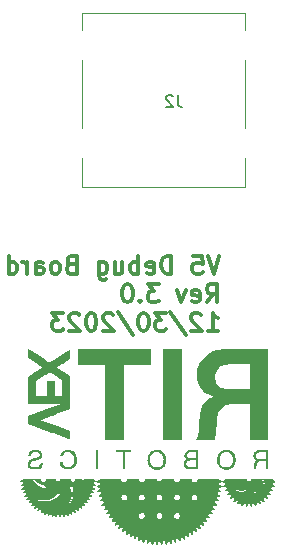
<source format=gbr>
%TF.GenerationSoftware,KiCad,Pcbnew,7.0.9*%
%TF.CreationDate,2024-01-01T22:47:05-05:00*%
%TF.ProjectId,Vex_Debug,5665785f-4465-4627-9567-2e6b69636164,rev?*%
%TF.SameCoordinates,Original*%
%TF.FileFunction,Legend,Bot*%
%TF.FilePolarity,Positive*%
%FSLAX46Y46*%
G04 Gerber Fmt 4.6, Leading zero omitted, Abs format (unit mm)*
G04 Created by KiCad (PCBNEW 7.0.9) date 2024-01-01 22:47:05*
%MOMM*%
%LPD*%
G01*
G04 APERTURE LIST*
%ADD10C,0.300000*%
%ADD11C,0.150000*%
%ADD12C,0.120000*%
G04 APERTURE END LIST*
D10*
X122259774Y-73270828D02*
X121759774Y-74770828D01*
X121759774Y-74770828D02*
X121259774Y-73270828D01*
X120045489Y-73270828D02*
X120759775Y-73270828D01*
X120759775Y-73270828D02*
X120831203Y-73985114D01*
X120831203Y-73985114D02*
X120759775Y-73913685D01*
X120759775Y-73913685D02*
X120616918Y-73842257D01*
X120616918Y-73842257D02*
X120259775Y-73842257D01*
X120259775Y-73842257D02*
X120116918Y-73913685D01*
X120116918Y-73913685D02*
X120045489Y-73985114D01*
X120045489Y-73985114D02*
X119974060Y-74127971D01*
X119974060Y-74127971D02*
X119974060Y-74485114D01*
X119974060Y-74485114D02*
X120045489Y-74627971D01*
X120045489Y-74627971D02*
X120116918Y-74699400D01*
X120116918Y-74699400D02*
X120259775Y-74770828D01*
X120259775Y-74770828D02*
X120616918Y-74770828D01*
X120616918Y-74770828D02*
X120759775Y-74699400D01*
X120759775Y-74699400D02*
X120831203Y-74627971D01*
X118188347Y-74770828D02*
X118188347Y-73270828D01*
X118188347Y-73270828D02*
X117831204Y-73270828D01*
X117831204Y-73270828D02*
X117616918Y-73342257D01*
X117616918Y-73342257D02*
X117474061Y-73485114D01*
X117474061Y-73485114D02*
X117402632Y-73627971D01*
X117402632Y-73627971D02*
X117331204Y-73913685D01*
X117331204Y-73913685D02*
X117331204Y-74127971D01*
X117331204Y-74127971D02*
X117402632Y-74413685D01*
X117402632Y-74413685D02*
X117474061Y-74556542D01*
X117474061Y-74556542D02*
X117616918Y-74699400D01*
X117616918Y-74699400D02*
X117831204Y-74770828D01*
X117831204Y-74770828D02*
X118188347Y-74770828D01*
X116116918Y-74699400D02*
X116259775Y-74770828D01*
X116259775Y-74770828D02*
X116545490Y-74770828D01*
X116545490Y-74770828D02*
X116688347Y-74699400D01*
X116688347Y-74699400D02*
X116759775Y-74556542D01*
X116759775Y-74556542D02*
X116759775Y-73985114D01*
X116759775Y-73985114D02*
X116688347Y-73842257D01*
X116688347Y-73842257D02*
X116545490Y-73770828D01*
X116545490Y-73770828D02*
X116259775Y-73770828D01*
X116259775Y-73770828D02*
X116116918Y-73842257D01*
X116116918Y-73842257D02*
X116045490Y-73985114D01*
X116045490Y-73985114D02*
X116045490Y-74127971D01*
X116045490Y-74127971D02*
X116759775Y-74270828D01*
X115402633Y-74770828D02*
X115402633Y-73270828D01*
X115402633Y-73842257D02*
X115259776Y-73770828D01*
X115259776Y-73770828D02*
X114974061Y-73770828D01*
X114974061Y-73770828D02*
X114831204Y-73842257D01*
X114831204Y-73842257D02*
X114759776Y-73913685D01*
X114759776Y-73913685D02*
X114688347Y-74056542D01*
X114688347Y-74056542D02*
X114688347Y-74485114D01*
X114688347Y-74485114D02*
X114759776Y-74627971D01*
X114759776Y-74627971D02*
X114831204Y-74699400D01*
X114831204Y-74699400D02*
X114974061Y-74770828D01*
X114974061Y-74770828D02*
X115259776Y-74770828D01*
X115259776Y-74770828D02*
X115402633Y-74699400D01*
X113402633Y-73770828D02*
X113402633Y-74770828D01*
X114045490Y-73770828D02*
X114045490Y-74556542D01*
X114045490Y-74556542D02*
X113974061Y-74699400D01*
X113974061Y-74699400D02*
X113831204Y-74770828D01*
X113831204Y-74770828D02*
X113616918Y-74770828D01*
X113616918Y-74770828D02*
X113474061Y-74699400D01*
X113474061Y-74699400D02*
X113402633Y-74627971D01*
X112045490Y-73770828D02*
X112045490Y-74985114D01*
X112045490Y-74985114D02*
X112116918Y-75127971D01*
X112116918Y-75127971D02*
X112188347Y-75199400D01*
X112188347Y-75199400D02*
X112331204Y-75270828D01*
X112331204Y-75270828D02*
X112545490Y-75270828D01*
X112545490Y-75270828D02*
X112688347Y-75199400D01*
X112045490Y-74699400D02*
X112188347Y-74770828D01*
X112188347Y-74770828D02*
X112474061Y-74770828D01*
X112474061Y-74770828D02*
X112616918Y-74699400D01*
X112616918Y-74699400D02*
X112688347Y-74627971D01*
X112688347Y-74627971D02*
X112759775Y-74485114D01*
X112759775Y-74485114D02*
X112759775Y-74056542D01*
X112759775Y-74056542D02*
X112688347Y-73913685D01*
X112688347Y-73913685D02*
X112616918Y-73842257D01*
X112616918Y-73842257D02*
X112474061Y-73770828D01*
X112474061Y-73770828D02*
X112188347Y-73770828D01*
X112188347Y-73770828D02*
X112045490Y-73842257D01*
X109688347Y-73985114D02*
X109474061Y-74056542D01*
X109474061Y-74056542D02*
X109402632Y-74127971D01*
X109402632Y-74127971D02*
X109331204Y-74270828D01*
X109331204Y-74270828D02*
X109331204Y-74485114D01*
X109331204Y-74485114D02*
X109402632Y-74627971D01*
X109402632Y-74627971D02*
X109474061Y-74699400D01*
X109474061Y-74699400D02*
X109616918Y-74770828D01*
X109616918Y-74770828D02*
X110188347Y-74770828D01*
X110188347Y-74770828D02*
X110188347Y-73270828D01*
X110188347Y-73270828D02*
X109688347Y-73270828D01*
X109688347Y-73270828D02*
X109545490Y-73342257D01*
X109545490Y-73342257D02*
X109474061Y-73413685D01*
X109474061Y-73413685D02*
X109402632Y-73556542D01*
X109402632Y-73556542D02*
X109402632Y-73699400D01*
X109402632Y-73699400D02*
X109474061Y-73842257D01*
X109474061Y-73842257D02*
X109545490Y-73913685D01*
X109545490Y-73913685D02*
X109688347Y-73985114D01*
X109688347Y-73985114D02*
X110188347Y-73985114D01*
X108474061Y-74770828D02*
X108616918Y-74699400D01*
X108616918Y-74699400D02*
X108688347Y-74627971D01*
X108688347Y-74627971D02*
X108759775Y-74485114D01*
X108759775Y-74485114D02*
X108759775Y-74056542D01*
X108759775Y-74056542D02*
X108688347Y-73913685D01*
X108688347Y-73913685D02*
X108616918Y-73842257D01*
X108616918Y-73842257D02*
X108474061Y-73770828D01*
X108474061Y-73770828D02*
X108259775Y-73770828D01*
X108259775Y-73770828D02*
X108116918Y-73842257D01*
X108116918Y-73842257D02*
X108045490Y-73913685D01*
X108045490Y-73913685D02*
X107974061Y-74056542D01*
X107974061Y-74056542D02*
X107974061Y-74485114D01*
X107974061Y-74485114D02*
X108045490Y-74627971D01*
X108045490Y-74627971D02*
X108116918Y-74699400D01*
X108116918Y-74699400D02*
X108259775Y-74770828D01*
X108259775Y-74770828D02*
X108474061Y-74770828D01*
X106688347Y-74770828D02*
X106688347Y-73985114D01*
X106688347Y-73985114D02*
X106759775Y-73842257D01*
X106759775Y-73842257D02*
X106902632Y-73770828D01*
X106902632Y-73770828D02*
X107188347Y-73770828D01*
X107188347Y-73770828D02*
X107331204Y-73842257D01*
X106688347Y-74699400D02*
X106831204Y-74770828D01*
X106831204Y-74770828D02*
X107188347Y-74770828D01*
X107188347Y-74770828D02*
X107331204Y-74699400D01*
X107331204Y-74699400D02*
X107402632Y-74556542D01*
X107402632Y-74556542D02*
X107402632Y-74413685D01*
X107402632Y-74413685D02*
X107331204Y-74270828D01*
X107331204Y-74270828D02*
X107188347Y-74199400D01*
X107188347Y-74199400D02*
X106831204Y-74199400D01*
X106831204Y-74199400D02*
X106688347Y-74127971D01*
X105974061Y-74770828D02*
X105974061Y-73770828D01*
X105974061Y-74056542D02*
X105902632Y-73913685D01*
X105902632Y-73913685D02*
X105831204Y-73842257D01*
X105831204Y-73842257D02*
X105688346Y-73770828D01*
X105688346Y-73770828D02*
X105545489Y-73770828D01*
X104402633Y-74770828D02*
X104402633Y-73270828D01*
X104402633Y-74699400D02*
X104545490Y-74770828D01*
X104545490Y-74770828D02*
X104831204Y-74770828D01*
X104831204Y-74770828D02*
X104974061Y-74699400D01*
X104974061Y-74699400D02*
X105045490Y-74627971D01*
X105045490Y-74627971D02*
X105116918Y-74485114D01*
X105116918Y-74485114D02*
X105116918Y-74056542D01*
X105116918Y-74056542D02*
X105045490Y-73913685D01*
X105045490Y-73913685D02*
X104974061Y-73842257D01*
X104974061Y-73842257D02*
X104831204Y-73770828D01*
X104831204Y-73770828D02*
X104545490Y-73770828D01*
X104545490Y-73770828D02*
X104402633Y-73842257D01*
X121188346Y-77185828D02*
X121688346Y-76471542D01*
X122045489Y-77185828D02*
X122045489Y-75685828D01*
X122045489Y-75685828D02*
X121474060Y-75685828D01*
X121474060Y-75685828D02*
X121331203Y-75757257D01*
X121331203Y-75757257D02*
X121259774Y-75828685D01*
X121259774Y-75828685D02*
X121188346Y-75971542D01*
X121188346Y-75971542D02*
X121188346Y-76185828D01*
X121188346Y-76185828D02*
X121259774Y-76328685D01*
X121259774Y-76328685D02*
X121331203Y-76400114D01*
X121331203Y-76400114D02*
X121474060Y-76471542D01*
X121474060Y-76471542D02*
X122045489Y-76471542D01*
X119974060Y-77114400D02*
X120116917Y-77185828D01*
X120116917Y-77185828D02*
X120402632Y-77185828D01*
X120402632Y-77185828D02*
X120545489Y-77114400D01*
X120545489Y-77114400D02*
X120616917Y-76971542D01*
X120616917Y-76971542D02*
X120616917Y-76400114D01*
X120616917Y-76400114D02*
X120545489Y-76257257D01*
X120545489Y-76257257D02*
X120402632Y-76185828D01*
X120402632Y-76185828D02*
X120116917Y-76185828D01*
X120116917Y-76185828D02*
X119974060Y-76257257D01*
X119974060Y-76257257D02*
X119902632Y-76400114D01*
X119902632Y-76400114D02*
X119902632Y-76542971D01*
X119902632Y-76542971D02*
X120616917Y-76685828D01*
X119402632Y-76185828D02*
X119045489Y-77185828D01*
X119045489Y-77185828D02*
X118688346Y-76185828D01*
X117116918Y-75685828D02*
X116188346Y-75685828D01*
X116188346Y-75685828D02*
X116688346Y-76257257D01*
X116688346Y-76257257D02*
X116474061Y-76257257D01*
X116474061Y-76257257D02*
X116331204Y-76328685D01*
X116331204Y-76328685D02*
X116259775Y-76400114D01*
X116259775Y-76400114D02*
X116188346Y-76542971D01*
X116188346Y-76542971D02*
X116188346Y-76900114D01*
X116188346Y-76900114D02*
X116259775Y-77042971D01*
X116259775Y-77042971D02*
X116331204Y-77114400D01*
X116331204Y-77114400D02*
X116474061Y-77185828D01*
X116474061Y-77185828D02*
X116902632Y-77185828D01*
X116902632Y-77185828D02*
X117045489Y-77114400D01*
X117045489Y-77114400D02*
X117116918Y-77042971D01*
X115545490Y-77042971D02*
X115474061Y-77114400D01*
X115474061Y-77114400D02*
X115545490Y-77185828D01*
X115545490Y-77185828D02*
X115616918Y-77114400D01*
X115616918Y-77114400D02*
X115545490Y-77042971D01*
X115545490Y-77042971D02*
X115545490Y-77185828D01*
X114545489Y-75685828D02*
X114402632Y-75685828D01*
X114402632Y-75685828D02*
X114259775Y-75757257D01*
X114259775Y-75757257D02*
X114188347Y-75828685D01*
X114188347Y-75828685D02*
X114116918Y-75971542D01*
X114116918Y-75971542D02*
X114045489Y-76257257D01*
X114045489Y-76257257D02*
X114045489Y-76614400D01*
X114045489Y-76614400D02*
X114116918Y-76900114D01*
X114116918Y-76900114D02*
X114188347Y-77042971D01*
X114188347Y-77042971D02*
X114259775Y-77114400D01*
X114259775Y-77114400D02*
X114402632Y-77185828D01*
X114402632Y-77185828D02*
X114545489Y-77185828D01*
X114545489Y-77185828D02*
X114688347Y-77114400D01*
X114688347Y-77114400D02*
X114759775Y-77042971D01*
X114759775Y-77042971D02*
X114831204Y-76900114D01*
X114831204Y-76900114D02*
X114902632Y-76614400D01*
X114902632Y-76614400D02*
X114902632Y-76257257D01*
X114902632Y-76257257D02*
X114831204Y-75971542D01*
X114831204Y-75971542D02*
X114759775Y-75828685D01*
X114759775Y-75828685D02*
X114688347Y-75757257D01*
X114688347Y-75757257D02*
X114545489Y-75685828D01*
X121259774Y-79600828D02*
X122116917Y-79600828D01*
X121688346Y-79600828D02*
X121688346Y-78100828D01*
X121688346Y-78100828D02*
X121831203Y-78315114D01*
X121831203Y-78315114D02*
X121974060Y-78457971D01*
X121974060Y-78457971D02*
X122116917Y-78529400D01*
X120688346Y-78243685D02*
X120616918Y-78172257D01*
X120616918Y-78172257D02*
X120474061Y-78100828D01*
X120474061Y-78100828D02*
X120116918Y-78100828D01*
X120116918Y-78100828D02*
X119974061Y-78172257D01*
X119974061Y-78172257D02*
X119902632Y-78243685D01*
X119902632Y-78243685D02*
X119831203Y-78386542D01*
X119831203Y-78386542D02*
X119831203Y-78529400D01*
X119831203Y-78529400D02*
X119902632Y-78743685D01*
X119902632Y-78743685D02*
X120759775Y-79600828D01*
X120759775Y-79600828D02*
X119831203Y-79600828D01*
X118116918Y-78029400D02*
X119402632Y-79957971D01*
X117759775Y-78100828D02*
X116831203Y-78100828D01*
X116831203Y-78100828D02*
X117331203Y-78672257D01*
X117331203Y-78672257D02*
X117116918Y-78672257D01*
X117116918Y-78672257D02*
X116974061Y-78743685D01*
X116974061Y-78743685D02*
X116902632Y-78815114D01*
X116902632Y-78815114D02*
X116831203Y-78957971D01*
X116831203Y-78957971D02*
X116831203Y-79315114D01*
X116831203Y-79315114D02*
X116902632Y-79457971D01*
X116902632Y-79457971D02*
X116974061Y-79529400D01*
X116974061Y-79529400D02*
X117116918Y-79600828D01*
X117116918Y-79600828D02*
X117545489Y-79600828D01*
X117545489Y-79600828D02*
X117688346Y-79529400D01*
X117688346Y-79529400D02*
X117759775Y-79457971D01*
X115902632Y-78100828D02*
X115759775Y-78100828D01*
X115759775Y-78100828D02*
X115616918Y-78172257D01*
X115616918Y-78172257D02*
X115545490Y-78243685D01*
X115545490Y-78243685D02*
X115474061Y-78386542D01*
X115474061Y-78386542D02*
X115402632Y-78672257D01*
X115402632Y-78672257D02*
X115402632Y-79029400D01*
X115402632Y-79029400D02*
X115474061Y-79315114D01*
X115474061Y-79315114D02*
X115545490Y-79457971D01*
X115545490Y-79457971D02*
X115616918Y-79529400D01*
X115616918Y-79529400D02*
X115759775Y-79600828D01*
X115759775Y-79600828D02*
X115902632Y-79600828D01*
X115902632Y-79600828D02*
X116045490Y-79529400D01*
X116045490Y-79529400D02*
X116116918Y-79457971D01*
X116116918Y-79457971D02*
X116188347Y-79315114D01*
X116188347Y-79315114D02*
X116259775Y-79029400D01*
X116259775Y-79029400D02*
X116259775Y-78672257D01*
X116259775Y-78672257D02*
X116188347Y-78386542D01*
X116188347Y-78386542D02*
X116116918Y-78243685D01*
X116116918Y-78243685D02*
X116045490Y-78172257D01*
X116045490Y-78172257D02*
X115902632Y-78100828D01*
X113688347Y-78029400D02*
X114974061Y-79957971D01*
X113259775Y-78243685D02*
X113188347Y-78172257D01*
X113188347Y-78172257D02*
X113045490Y-78100828D01*
X113045490Y-78100828D02*
X112688347Y-78100828D01*
X112688347Y-78100828D02*
X112545490Y-78172257D01*
X112545490Y-78172257D02*
X112474061Y-78243685D01*
X112474061Y-78243685D02*
X112402632Y-78386542D01*
X112402632Y-78386542D02*
X112402632Y-78529400D01*
X112402632Y-78529400D02*
X112474061Y-78743685D01*
X112474061Y-78743685D02*
X113331204Y-79600828D01*
X113331204Y-79600828D02*
X112402632Y-79600828D01*
X111474061Y-78100828D02*
X111331204Y-78100828D01*
X111331204Y-78100828D02*
X111188347Y-78172257D01*
X111188347Y-78172257D02*
X111116919Y-78243685D01*
X111116919Y-78243685D02*
X111045490Y-78386542D01*
X111045490Y-78386542D02*
X110974061Y-78672257D01*
X110974061Y-78672257D02*
X110974061Y-79029400D01*
X110974061Y-79029400D02*
X111045490Y-79315114D01*
X111045490Y-79315114D02*
X111116919Y-79457971D01*
X111116919Y-79457971D02*
X111188347Y-79529400D01*
X111188347Y-79529400D02*
X111331204Y-79600828D01*
X111331204Y-79600828D02*
X111474061Y-79600828D01*
X111474061Y-79600828D02*
X111616919Y-79529400D01*
X111616919Y-79529400D02*
X111688347Y-79457971D01*
X111688347Y-79457971D02*
X111759776Y-79315114D01*
X111759776Y-79315114D02*
X111831204Y-79029400D01*
X111831204Y-79029400D02*
X111831204Y-78672257D01*
X111831204Y-78672257D02*
X111759776Y-78386542D01*
X111759776Y-78386542D02*
X111688347Y-78243685D01*
X111688347Y-78243685D02*
X111616919Y-78172257D01*
X111616919Y-78172257D02*
X111474061Y-78100828D01*
X110402633Y-78243685D02*
X110331205Y-78172257D01*
X110331205Y-78172257D02*
X110188348Y-78100828D01*
X110188348Y-78100828D02*
X109831205Y-78100828D01*
X109831205Y-78100828D02*
X109688348Y-78172257D01*
X109688348Y-78172257D02*
X109616919Y-78243685D01*
X109616919Y-78243685D02*
X109545490Y-78386542D01*
X109545490Y-78386542D02*
X109545490Y-78529400D01*
X109545490Y-78529400D02*
X109616919Y-78743685D01*
X109616919Y-78743685D02*
X110474062Y-79600828D01*
X110474062Y-79600828D02*
X109545490Y-79600828D01*
X109045491Y-78100828D02*
X108116919Y-78100828D01*
X108116919Y-78100828D02*
X108616919Y-78672257D01*
X108616919Y-78672257D02*
X108402634Y-78672257D01*
X108402634Y-78672257D02*
X108259777Y-78743685D01*
X108259777Y-78743685D02*
X108188348Y-78815114D01*
X108188348Y-78815114D02*
X108116919Y-78957971D01*
X108116919Y-78957971D02*
X108116919Y-79315114D01*
X108116919Y-79315114D02*
X108188348Y-79457971D01*
X108188348Y-79457971D02*
X108259777Y-79529400D01*
X108259777Y-79529400D02*
X108402634Y-79600828D01*
X108402634Y-79600828D02*
X108831205Y-79600828D01*
X108831205Y-79600828D02*
X108974062Y-79529400D01*
X108974062Y-79529400D02*
X109045491Y-79457971D01*
D11*
X118733333Y-59654819D02*
X118733333Y-60369104D01*
X118733333Y-60369104D02*
X118780952Y-60511961D01*
X118780952Y-60511961D02*
X118876190Y-60607200D01*
X118876190Y-60607200D02*
X119019047Y-60654819D01*
X119019047Y-60654819D02*
X119114285Y-60654819D01*
X118304761Y-59750057D02*
X118257142Y-59702438D01*
X118257142Y-59702438D02*
X118161904Y-59654819D01*
X118161904Y-59654819D02*
X117923809Y-59654819D01*
X117923809Y-59654819D02*
X117828571Y-59702438D01*
X117828571Y-59702438D02*
X117780952Y-59750057D01*
X117780952Y-59750057D02*
X117733333Y-59845295D01*
X117733333Y-59845295D02*
X117733333Y-59940533D01*
X117733333Y-59940533D02*
X117780952Y-60083390D01*
X117780952Y-60083390D02*
X118352380Y-60654819D01*
X118352380Y-60654819D02*
X117733333Y-60654819D01*
D12*
%TO.C,J2*%
X124405000Y-67460000D02*
X110585000Y-67460000D01*
X124405000Y-64960000D02*
X124405000Y-67460000D01*
X124405000Y-62440000D02*
X124405000Y-56660000D01*
X124405000Y-52740000D02*
X124405000Y-54140000D01*
X124405000Y-52740000D02*
X110585000Y-52740000D01*
X110585000Y-64960000D02*
X110585000Y-67460000D01*
X110585000Y-56660000D02*
X110585000Y-62440000D01*
X110585000Y-52740000D02*
X110585000Y-54140000D01*
%TO.C,G\u002A\u002A\u002A*%
G36*
X119094954Y-88875133D02*
G01*
X117519644Y-88875133D01*
X117519644Y-81163615D01*
X119094954Y-81163615D01*
X119094954Y-88875133D01*
G37*
G36*
X111998557Y-91320614D02*
G01*
X111788516Y-91320614D01*
X111788516Y-89700295D01*
X111998557Y-89700295D01*
X111998557Y-91320614D01*
G37*
G36*
X114804109Y-89895334D02*
G01*
X114264003Y-89895334D01*
X114264003Y-91320614D01*
X114053962Y-91320614D01*
X114053962Y-89895334D01*
X113513855Y-89895334D01*
X113513855Y-89700295D01*
X114804109Y-89700295D01*
X114804109Y-89895334D01*
G37*
G36*
X116484440Y-82498878D02*
G01*
X114158982Y-82498878D01*
X114158982Y-88875133D01*
X112583672Y-88875133D01*
X112583672Y-82498878D01*
X110273217Y-82498878D01*
X110273217Y-81163615D01*
X116484440Y-81163615D01*
X116484440Y-82498878D01*
G37*
G36*
X123625503Y-90500617D02*
G01*
X123623657Y-90603655D01*
X123616163Y-90698106D01*
X123603017Y-90773605D01*
X123565075Y-90890534D01*
X123495980Y-91025904D01*
X123405711Y-91140661D01*
X123295306Y-91233780D01*
X123165799Y-91304240D01*
X123018226Y-91351018D01*
X122971482Y-91357844D01*
X122890343Y-91361337D01*
X122797841Y-91358838D01*
X122704194Y-91350990D01*
X122619622Y-91338437D01*
X122554346Y-91321822D01*
X122539480Y-91316403D01*
X122407659Y-91251397D01*
X122293715Y-91162993D01*
X122199069Y-91052812D01*
X122125145Y-90922476D01*
X122073364Y-90773605D01*
X122063900Y-90725416D01*
X122054556Y-90636029D01*
X122050861Y-90534661D01*
X122050930Y-90531034D01*
X122267604Y-90531034D01*
X122280964Y-90670798D01*
X122294229Y-90732694D01*
X122340188Y-90862321D01*
X122407066Y-90970477D01*
X122494929Y-91057255D01*
X122603844Y-91122747D01*
X122616511Y-91128403D01*
X122673922Y-91148796D01*
X122736154Y-91160444D01*
X122815686Y-91165890D01*
X122848056Y-91166377D01*
X122979417Y-91153239D01*
X123094231Y-91115098D01*
X123192818Y-91051761D01*
X123275496Y-90963036D01*
X123342585Y-90848732D01*
X123379387Y-90747702D01*
X123403837Y-90616633D01*
X123408152Y-90479629D01*
X123392716Y-90344057D01*
X123357908Y-90217288D01*
X123304113Y-90106691D01*
X123277355Y-90069622D01*
X123208719Y-89998770D01*
X123127904Y-89937785D01*
X123046125Y-89895834D01*
X123026607Y-89889192D01*
X122931557Y-89869809D01*
X122825468Y-89864455D01*
X122720860Y-89873130D01*
X122630256Y-89895834D01*
X122589023Y-89914334D01*
X122506336Y-89967161D01*
X122430345Y-90034336D01*
X122372268Y-90106691D01*
X122351649Y-90142419D01*
X122304107Y-90259674D01*
X122275705Y-90391603D01*
X122267604Y-90531034D01*
X122050930Y-90531034D01*
X122052810Y-90431676D01*
X122060398Y-90337437D01*
X122073618Y-90262307D01*
X122100165Y-90176317D01*
X122164736Y-90037368D01*
X122250090Y-89917790D01*
X122354518Y-89819380D01*
X122476314Y-89743938D01*
X122613770Y-89693262D01*
X122675383Y-89681407D01*
X122773034Y-89672659D01*
X122878240Y-89671719D01*
X122978824Y-89678586D01*
X123062612Y-89693262D01*
X123141753Y-89718612D01*
X123270610Y-89783440D01*
X123382848Y-89872022D01*
X123476757Y-89982559D01*
X123550631Y-90113254D01*
X123602763Y-90262307D01*
X123612275Y-90310230D01*
X123621708Y-90399354D01*
X123624716Y-90479629D01*
X123625503Y-90500617D01*
G37*
G36*
X117744345Y-90500617D02*
G01*
X117742499Y-90603655D01*
X117735005Y-90698106D01*
X117721859Y-90773605D01*
X117683917Y-90890534D01*
X117614822Y-91025904D01*
X117524554Y-91140661D01*
X117414148Y-91233780D01*
X117284641Y-91304240D01*
X117137068Y-91351018D01*
X117090324Y-91357844D01*
X117009185Y-91361337D01*
X116916683Y-91358838D01*
X116823036Y-91350990D01*
X116738465Y-91338437D01*
X116673188Y-91321822D01*
X116658322Y-91316403D01*
X116526501Y-91251397D01*
X116412557Y-91162993D01*
X116317912Y-91052812D01*
X116243987Y-90922476D01*
X116192207Y-90773605D01*
X116182742Y-90725416D01*
X116173398Y-90636029D01*
X116169704Y-90534661D01*
X116169773Y-90531034D01*
X116386446Y-90531034D01*
X116399807Y-90670798D01*
X116413071Y-90732694D01*
X116459030Y-90862321D01*
X116525908Y-90970477D01*
X116613772Y-91057255D01*
X116722687Y-91122747D01*
X116735353Y-91128403D01*
X116792765Y-91148796D01*
X116854996Y-91160444D01*
X116934529Y-91165890D01*
X116966898Y-91166377D01*
X117098259Y-91153239D01*
X117213074Y-91115098D01*
X117311660Y-91051761D01*
X117394339Y-90963036D01*
X117461427Y-90848732D01*
X117498229Y-90747702D01*
X117522679Y-90616633D01*
X117526995Y-90479629D01*
X117511558Y-90344057D01*
X117476751Y-90217288D01*
X117422955Y-90106691D01*
X117396198Y-90069622D01*
X117327562Y-89998770D01*
X117246747Y-89937785D01*
X117164968Y-89895834D01*
X117145450Y-89889192D01*
X117050399Y-89869809D01*
X116944310Y-89864455D01*
X116839703Y-89873130D01*
X116749098Y-89895834D01*
X116707865Y-89914334D01*
X116625178Y-89967161D01*
X116549188Y-90034336D01*
X116491111Y-90106691D01*
X116470491Y-90142419D01*
X116422949Y-90259674D01*
X116394547Y-90391603D01*
X116386446Y-90531034D01*
X116169773Y-90531034D01*
X116171653Y-90431676D01*
X116179240Y-90337437D01*
X116192461Y-90262307D01*
X116219007Y-90176317D01*
X116283579Y-90037368D01*
X116368932Y-89917790D01*
X116473360Y-89819380D01*
X116595156Y-89743938D01*
X116732612Y-89693262D01*
X116794225Y-89681407D01*
X116891877Y-89672659D01*
X116997082Y-89671719D01*
X117097667Y-89678586D01*
X117181454Y-89693262D01*
X117260595Y-89718612D01*
X117389453Y-89783440D01*
X117501690Y-89872022D01*
X117595599Y-89982559D01*
X117669473Y-90113254D01*
X117721605Y-90262307D01*
X117731118Y-90310230D01*
X117740550Y-90399354D01*
X117743558Y-90479629D01*
X117744345Y-90500617D01*
G37*
G36*
X109445569Y-89678458D02*
G01*
X109529974Y-89679545D01*
X109592347Y-89682667D01*
X109640257Y-89688769D01*
X109681276Y-89698795D01*
X109722972Y-89713691D01*
X109787924Y-89743506D01*
X109906401Y-89821620D01*
X110009157Y-89922228D01*
X110092717Y-90041599D01*
X110153607Y-90176004D01*
X110173426Y-90253297D01*
X110188234Y-90354475D01*
X110196365Y-90466159D01*
X110197435Y-90578634D01*
X110191063Y-90682185D01*
X110176866Y-90767099D01*
X110163791Y-90813971D01*
X110106647Y-90956260D01*
X110028880Y-91080422D01*
X109932474Y-91184191D01*
X109819411Y-91265301D01*
X109691674Y-91321486D01*
X109652334Y-91331412D01*
X109570121Y-91343175D01*
X109475012Y-91349127D01*
X109377327Y-91349079D01*
X109287387Y-91342842D01*
X109215509Y-91330226D01*
X109144952Y-91306850D01*
X109030112Y-91245588D01*
X108933087Y-91161517D01*
X108855492Y-91056567D01*
X108798944Y-90932671D01*
X108765058Y-90791760D01*
X108754512Y-90720496D01*
X108978885Y-90720496D01*
X108988126Y-90787917D01*
X108988697Y-90791929D01*
X109018679Y-90896453D01*
X109074148Y-90990832D01*
X109151096Y-91069772D01*
X109245515Y-91127978D01*
X109250765Y-91130293D01*
X109342925Y-91156404D01*
X109446664Y-91163738D01*
X109550986Y-91152440D01*
X109644894Y-91122658D01*
X109702230Y-91092472D01*
X109800842Y-91016311D01*
X109878176Y-90919418D01*
X109933898Y-90802404D01*
X109967675Y-90665880D01*
X109979174Y-90510455D01*
X109979162Y-90503509D01*
X109967185Y-90355862D01*
X109933696Y-90223261D01*
X109879983Y-90107888D01*
X109807338Y-90011923D01*
X109717049Y-89937548D01*
X109610407Y-89886942D01*
X109539768Y-89871652D01*
X109452251Y-89866039D01*
X109361413Y-89870515D01*
X109277962Y-89884528D01*
X109212603Y-89907523D01*
X109206541Y-89910731D01*
X109125559Y-89968078D01*
X109059791Y-90041546D01*
X109016633Y-90123005D01*
X108990923Y-90195393D01*
X108889424Y-90195393D01*
X108869666Y-90195357D01*
X108823945Y-90194080D01*
X108799508Y-90189209D01*
X108789714Y-90178377D01*
X108787925Y-90159220D01*
X108789054Y-90137935D01*
X108809337Y-90058483D01*
X108851538Y-89975038D01*
X108911081Y-89893254D01*
X108983389Y-89818785D01*
X109063886Y-89757284D01*
X109147996Y-89714404D01*
X109157695Y-89710806D01*
X109201590Y-89696307D01*
X109243940Y-89686790D01*
X109292630Y-89681286D01*
X109355540Y-89678825D01*
X109440553Y-89678439D01*
X109445569Y-89678458D01*
G37*
G36*
X126371386Y-91320614D02*
G01*
X126161345Y-91320614D01*
X126161345Y-90645481D01*
X125917547Y-90645839D01*
X125868512Y-90646176D01*
X125783616Y-90647983D01*
X125708570Y-90651071D01*
X125650091Y-90655129D01*
X125614898Y-90659846D01*
X125608490Y-90661383D01*
X125545028Y-90684193D01*
X125495236Y-90719704D01*
X125457233Y-90771316D01*
X125429136Y-90842429D01*
X125409061Y-90936444D01*
X125395127Y-91056761D01*
X125390429Y-91112052D01*
X125382894Y-91191927D01*
X125374531Y-91248291D01*
X125362804Y-91285235D01*
X125345177Y-91306849D01*
X125319114Y-91317223D01*
X125282078Y-91320448D01*
X125231533Y-91320614D01*
X125167171Y-91318533D01*
X125124185Y-91311603D01*
X125110031Y-91299953D01*
X125125132Y-91283731D01*
X125134394Y-91270258D01*
X125147566Y-91227544D01*
X125160947Y-91158882D01*
X125174106Y-91066603D01*
X125186607Y-90953042D01*
X125192991Y-90896865D01*
X125212889Y-90787747D01*
X125241091Y-90703539D01*
X125278800Y-90641202D01*
X125327219Y-90597696D01*
X125353237Y-90580011D01*
X125376364Y-90558600D01*
X125374879Y-90544149D01*
X125350200Y-90532646D01*
X125311656Y-90512854D01*
X125260572Y-90469791D01*
X125212840Y-90413774D01*
X125176421Y-90353033D01*
X125169710Y-90338011D01*
X125152568Y-90287340D01*
X125143807Y-90230827D01*
X125142270Y-90185446D01*
X125366032Y-90185446D01*
X125372487Y-90261769D01*
X125374406Y-90270602D01*
X125404092Y-90335892D01*
X125455942Y-90394104D01*
X125523099Y-90437245D01*
X125530354Y-90440413D01*
X125556590Y-90449452D01*
X125588713Y-90456009D01*
X125631547Y-90460469D01*
X125689914Y-90463218D01*
X125768637Y-90464638D01*
X125872538Y-90465116D01*
X126161345Y-90465446D01*
X126161345Y-89892711D01*
X125850034Y-89897920D01*
X125743082Y-89900099D01*
X125650560Y-89903540D01*
X125580009Y-89909046D01*
X125527225Y-89917615D01*
X125488003Y-89930247D01*
X125458139Y-89947941D01*
X125433428Y-89971693D01*
X125409667Y-90002504D01*
X125390532Y-90039459D01*
X125372578Y-90107642D01*
X125366032Y-90185446D01*
X125142270Y-90185446D01*
X125141291Y-90156531D01*
X125142672Y-90091504D01*
X125148996Y-90041034D01*
X125163003Y-89995605D01*
X125187429Y-89942529D01*
X125213644Y-89895305D01*
X125260937Y-89834724D01*
X125321858Y-89786121D01*
X125404522Y-89742003D01*
X125404622Y-89741957D01*
X125427096Y-89732155D01*
X125449691Y-89724374D01*
X125476144Y-89718331D01*
X125510189Y-89713747D01*
X125555563Y-89710340D01*
X125616001Y-89707830D01*
X125695237Y-89705936D01*
X125797008Y-89704377D01*
X125925048Y-89702872D01*
X126371386Y-89697948D01*
X126371386Y-89892711D01*
X126371386Y-91320614D01*
G37*
G36*
X120475226Y-90566584D02*
G01*
X120475226Y-91322236D01*
X120021386Y-91317674D01*
X119910830Y-91316488D01*
X119803478Y-91315000D01*
X119719411Y-91313195D01*
X119654975Y-91310820D01*
X119606512Y-91307620D01*
X119570366Y-91303344D01*
X119542881Y-91297738D01*
X119520402Y-91290548D01*
X119499271Y-91281522D01*
X119431459Y-91243413D01*
X119343545Y-91167736D01*
X119277915Y-91074416D01*
X119272312Y-91063579D01*
X119254310Y-91022960D01*
X119243828Y-90982740D01*
X119238941Y-90932801D01*
X119237728Y-90863024D01*
X119238444Y-90820421D01*
X119456469Y-90820421D01*
X119457038Y-90900544D01*
X119478535Y-90977122D01*
X119519878Y-91043256D01*
X119579982Y-91092045D01*
X119589203Y-91096615D01*
X119612483Y-91104564D01*
X119644624Y-91110611D01*
X119689854Y-91115110D01*
X119752402Y-91118420D01*
X119836499Y-91120895D01*
X119946371Y-91122892D01*
X120265184Y-91127710D01*
X120265184Y-90566584D01*
X119976377Y-90573872D01*
X119939488Y-90574865D01*
X119827991Y-90579129D01*
X119740832Y-90585421D01*
X119673608Y-90594794D01*
X119621913Y-90608305D01*
X119581344Y-90627010D01*
X119547497Y-90651963D01*
X119515968Y-90684220D01*
X119477910Y-90743656D01*
X119456469Y-90820421D01*
X119238444Y-90820421D01*
X119238815Y-90798301D01*
X119243656Y-90744754D01*
X119253833Y-90703648D01*
X119270911Y-90665686D01*
X119280392Y-90649349D01*
X119332396Y-90584434D01*
X119398029Y-90528755D01*
X119466277Y-90492097D01*
X119471758Y-90490058D01*
X119502458Y-90476230D01*
X119514921Y-90466183D01*
X119512240Y-90462239D01*
X119491044Y-90446009D01*
X119455661Y-90424172D01*
X119434054Y-90410627D01*
X119367873Y-90348881D01*
X119322725Y-90272320D01*
X119298406Y-90185923D01*
X119297007Y-90151365D01*
X119518216Y-90151365D01*
X119519282Y-90163868D01*
X119539055Y-90245995D01*
X119580752Y-90308773D01*
X119646017Y-90354825D01*
X119648564Y-90356071D01*
X119673553Y-90366035D01*
X119704483Y-90373506D01*
X119746169Y-90378952D01*
X119803421Y-90382844D01*
X119881054Y-90385653D01*
X119983879Y-90387849D01*
X120265184Y-90392769D01*
X120265184Y-89895334D01*
X119990809Y-89895334D01*
X119911105Y-89895472D01*
X119832628Y-89896319D01*
X119774966Y-89898391D01*
X119732977Y-89902194D01*
X119701517Y-89908240D01*
X119675443Y-89917035D01*
X119649612Y-89929090D01*
X119611597Y-89951158D01*
X119554562Y-90004234D01*
X119523924Y-90070143D01*
X119518216Y-90151365D01*
X119297007Y-90151365D01*
X119294712Y-90094666D01*
X119311439Y-90003525D01*
X119348381Y-89917477D01*
X119405334Y-89841500D01*
X119482095Y-89780571D01*
X119520394Y-89759777D01*
X119565838Y-89741013D01*
X119617827Y-89726499D01*
X119680265Y-89715740D01*
X119757059Y-89708237D01*
X119852114Y-89703493D01*
X119969337Y-89701012D01*
X120112633Y-89700295D01*
X120475226Y-89700295D01*
X120475226Y-90392769D01*
X120475226Y-90566584D01*
G37*
G36*
X106830743Y-89684423D02*
G01*
X106950022Y-89713538D01*
X107053580Y-89759887D01*
X107136172Y-89822158D01*
X107183608Y-89880550D01*
X107226203Y-89968144D01*
X107247509Y-90063610D01*
X107247664Y-90161009D01*
X107226808Y-90254403D01*
X107185076Y-90337854D01*
X107122609Y-90405425D01*
X107087217Y-90431407D01*
X107040722Y-90458987D01*
X106985766Y-90483854D01*
X106917087Y-90508050D01*
X106829425Y-90533617D01*
X106717517Y-90562595D01*
X106689763Y-90569580D01*
X106607718Y-90590939D01*
X106532935Y-90611384D01*
X106472720Y-90628883D01*
X106434375Y-90641401D01*
X106398833Y-90656901D01*
X106324519Y-90708626D01*
X106273519Y-90775197D01*
X106247498Y-90852568D01*
X106248122Y-90936695D01*
X106277057Y-91023530D01*
X106278641Y-91026605D01*
X106324837Y-91083925D01*
X106392662Y-91128416D01*
X106476607Y-91159500D01*
X106571164Y-91176598D01*
X106670824Y-91179135D01*
X106770079Y-91166531D01*
X106863419Y-91138210D01*
X106945337Y-91093594D01*
X106972412Y-91070721D01*
X107023848Y-91007431D01*
X107066505Y-90929208D01*
X107094332Y-90846104D01*
X107112369Y-90765505D01*
X107321815Y-90765505D01*
X107313356Y-90836932D01*
X107310009Y-90861360D01*
X107276256Y-90987836D01*
X107217461Y-91098323D01*
X107134599Y-91191672D01*
X107028649Y-91266734D01*
X106900588Y-91322360D01*
X106874914Y-91329517D01*
X106792718Y-91342731D01*
X106694248Y-91348760D01*
X106588644Y-91347860D01*
X106485043Y-91340285D01*
X106392583Y-91326292D01*
X106320404Y-91306136D01*
X106316573Y-91304611D01*
X106228085Y-91256748D01*
X106150013Y-91191505D01*
X106088860Y-91115425D01*
X106051126Y-91035053D01*
X106042553Y-91002647D01*
X106028189Y-90887930D01*
X106037770Y-90776910D01*
X106070318Y-90675493D01*
X106124854Y-90589590D01*
X106144785Y-90568142D01*
X106197624Y-90524732D01*
X106265110Y-90486117D01*
X106351068Y-90450604D01*
X106459320Y-90416502D01*
X106593689Y-90382117D01*
X106607564Y-90378831D01*
X106720997Y-90350626D01*
X106809393Y-90325472D01*
X106876881Y-90301727D01*
X106927588Y-90277752D01*
X106965642Y-90251905D01*
X106995170Y-90222546D01*
X107005570Y-90209338D01*
X107039556Y-90141287D01*
X107045641Y-90071330D01*
X107024914Y-90003581D01*
X106978466Y-89942154D01*
X106907387Y-89891164D01*
X106896303Y-89885450D01*
X106861626Y-89871394D01*
X106822098Y-89862980D01*
X106769350Y-89858896D01*
X106695013Y-89857826D01*
X106671579Y-89857899D01*
X106603907Y-89859705D01*
X106555556Y-89864912D01*
X106518210Y-89874813D01*
X106483551Y-89890699D01*
X106412813Y-89940156D01*
X106346749Y-90018329D01*
X106304271Y-90112943D01*
X106280303Y-90195393D01*
X106071819Y-90195393D01*
X106080930Y-90154135D01*
X106119874Y-90020118D01*
X106174085Y-89908922D01*
X106244883Y-89821283D01*
X106334141Y-89755412D01*
X106443732Y-89709520D01*
X106575530Y-89681818D01*
X106700986Y-89673854D01*
X106830743Y-89684423D01*
G37*
G36*
X126386389Y-88875133D02*
G01*
X124811079Y-88875133D01*
X124811079Y-85781373D01*
X124057181Y-85788510D01*
X123895577Y-85790162D01*
X123731163Y-85792289D01*
X123591134Y-85794843D01*
X123472454Y-85798057D01*
X123372087Y-85802166D01*
X123286999Y-85807404D01*
X123214155Y-85814004D01*
X123150518Y-85822200D01*
X123093054Y-85832228D01*
X123038727Y-85844320D01*
X122984503Y-85858712D01*
X122927345Y-85875636D01*
X122805647Y-85920236D01*
X122642438Y-86006147D01*
X122496153Y-86115738D01*
X122368747Y-86247201D01*
X122262172Y-86398731D01*
X122178382Y-86568518D01*
X122176309Y-86573690D01*
X122151299Y-86640306D01*
X122129812Y-86707483D01*
X122111256Y-86778899D01*
X122095042Y-86858232D01*
X122080578Y-86949160D01*
X122067274Y-87055359D01*
X122054540Y-87180508D01*
X122041784Y-87328283D01*
X122028417Y-87502363D01*
X122018831Y-87630538D01*
X122001627Y-87848463D01*
X121985148Y-88039249D01*
X121969109Y-88204749D01*
X121953223Y-88346818D01*
X121937207Y-88467310D01*
X121920773Y-88568078D01*
X121903638Y-88650976D01*
X121885515Y-88717859D01*
X121866120Y-88770579D01*
X121845166Y-88810991D01*
X121822369Y-88840949D01*
X121790255Y-88875133D01*
X120265184Y-88875133D01*
X120265184Y-88836034D01*
X120272570Y-88805088D01*
X120303189Y-88767040D01*
X120326029Y-88746039D01*
X120361938Y-88697836D01*
X120393942Y-88632865D01*
X120422361Y-88549474D01*
X120447515Y-88446014D01*
X120469725Y-88320832D01*
X120489311Y-88172278D01*
X120506594Y-87998702D01*
X120521894Y-87798451D01*
X120535531Y-87569876D01*
X120542983Y-87436218D01*
X120558320Y-87200206D01*
X120575304Y-86990095D01*
X120594351Y-86803196D01*
X120615877Y-86636819D01*
X120640297Y-86488274D01*
X120668027Y-86354870D01*
X120699483Y-86233917D01*
X120735079Y-86122726D01*
X120775233Y-86018606D01*
X120794051Y-85976055D01*
X120887458Y-85810028D01*
X121005546Y-85658427D01*
X121146041Y-85523222D01*
X121306667Y-85406384D01*
X121485149Y-85309884D01*
X121679213Y-85235693D01*
X121718283Y-85222442D01*
X121752363Y-85208112D01*
X121765480Y-85198564D01*
X121759055Y-85193378D01*
X121729596Y-85179836D01*
X121681705Y-85161374D01*
X121621419Y-85140426D01*
X121468404Y-85083882D01*
X121253660Y-84981430D01*
X121061756Y-84859524D01*
X120892724Y-84718203D01*
X120746595Y-84557502D01*
X120623400Y-84377457D01*
X120523171Y-84178104D01*
X120445938Y-83959479D01*
X120391733Y-83721618D01*
X120387789Y-83696941D01*
X120375124Y-83581919D01*
X120373376Y-83550755D01*
X121902643Y-83550755D01*
X121915302Y-83717140D01*
X121949120Y-83866129D01*
X122005519Y-84001603D01*
X122085920Y-84127443D01*
X122191742Y-84247529D01*
X122299082Y-84341309D01*
X122420931Y-84419561D01*
X122557218Y-84479794D01*
X122712243Y-84523892D01*
X122890307Y-84553742D01*
X122901116Y-84554841D01*
X122952163Y-84557914D01*
X123029844Y-84560702D01*
X123131641Y-84563165D01*
X123255037Y-84565267D01*
X123397515Y-84566967D01*
X123556556Y-84568230D01*
X123729644Y-84569015D01*
X123914259Y-84569285D01*
X124811079Y-84569285D01*
X124811079Y-82438866D01*
X123914653Y-82438980D01*
X123892802Y-82438984D01*
X123676198Y-82439237D01*
X123486894Y-82440032D01*
X123322420Y-82441598D01*
X123180304Y-82444166D01*
X123058076Y-82447964D01*
X122953263Y-82453221D01*
X122863396Y-82460168D01*
X122786001Y-82469032D01*
X122718609Y-82480045D01*
X122658747Y-82493434D01*
X122603945Y-82509429D01*
X122551732Y-82528261D01*
X122499635Y-82550157D01*
X122445185Y-82575347D01*
X122350043Y-82628482D01*
X122223842Y-82726761D01*
X122114253Y-82847234D01*
X122023979Y-82986770D01*
X121955725Y-83142238D01*
X121940776Y-83187344D01*
X121925050Y-83245174D01*
X121914708Y-83303492D01*
X121908147Y-83372135D01*
X121903762Y-83460941D01*
X121902643Y-83550755D01*
X120373376Y-83550755D01*
X120367681Y-83449212D01*
X120365475Y-83308263D01*
X120368521Y-83168518D01*
X120376836Y-83039419D01*
X120390434Y-82930410D01*
X120390734Y-82928648D01*
X120445968Y-82689114D01*
X120527025Y-82463801D01*
X120632873Y-82253552D01*
X120762477Y-82059215D01*
X120914806Y-81881634D01*
X121088826Y-81721655D01*
X121283505Y-81580122D01*
X121497810Y-81457882D01*
X121730708Y-81355779D01*
X121981166Y-81274659D01*
X122248151Y-81215368D01*
X122530630Y-81178750D01*
X122570629Y-81176616D01*
X122639210Y-81174594D01*
X122734671Y-81172707D01*
X122855444Y-81170967D01*
X122999962Y-81169386D01*
X123166656Y-81167975D01*
X123353961Y-81166747D01*
X123560308Y-81165712D01*
X123784131Y-81164882D01*
X124023861Y-81164270D01*
X124277932Y-81163886D01*
X124544777Y-81163743D01*
X126386389Y-81163615D01*
X126386389Y-82438866D01*
X126386389Y-88875133D01*
G37*
G36*
X109624416Y-84847829D02*
G01*
X109628242Y-86258097D01*
X108424179Y-86691695D01*
X108300121Y-86736387D01*
X108121417Y-86800824D01*
X107951341Y-86862220D01*
X107792072Y-86919785D01*
X107645789Y-86972728D01*
X107514670Y-87020259D01*
X107400895Y-87061589D01*
X107306641Y-87095927D01*
X107234088Y-87122484D01*
X107185415Y-87140468D01*
X107162798Y-87149092D01*
X107105481Y-87172889D01*
X108363035Y-87617650D01*
X109620589Y-88062410D01*
X109624610Y-88425471D01*
X109625277Y-88493574D01*
X109625743Y-88595741D01*
X109625140Y-88672400D01*
X109623347Y-88726446D01*
X109620242Y-88760773D01*
X109615702Y-88778275D01*
X109609607Y-88781845D01*
X109609543Y-88781823D01*
X109592632Y-88775857D01*
X109549177Y-88760521D01*
X109480891Y-88736420D01*
X109389486Y-88704158D01*
X109276674Y-88664340D01*
X109144167Y-88617569D01*
X108993676Y-88564449D01*
X108826914Y-88505586D01*
X108645592Y-88441584D01*
X108451423Y-88373045D01*
X108246118Y-88300576D01*
X108031390Y-88224780D01*
X107808950Y-88146262D01*
X106027316Y-87517365D01*
X106031100Y-87174772D01*
X106034883Y-86832178D01*
X107435535Y-86327105D01*
X108836186Y-85822032D01*
X107431784Y-85818204D01*
X106027381Y-85814376D01*
X106027381Y-85124394D01*
X106702514Y-85124394D01*
X107647700Y-85124394D01*
X107647700Y-83834140D01*
X108322833Y-83834140D01*
X108322833Y-85124394D01*
X108952957Y-85124394D01*
X108952957Y-84480367D01*
X108952960Y-84448631D01*
X108953081Y-84297242D01*
X108953454Y-84172753D01*
X108954177Y-84072549D01*
X108955348Y-83994015D01*
X108957066Y-83934537D01*
X108959427Y-83891501D01*
X108962531Y-83862292D01*
X108966475Y-83844297D01*
X108971356Y-83834901D01*
X108977274Y-83831490D01*
X108974239Y-83826248D01*
X108949837Y-83806230D01*
X108904339Y-83772814D01*
X108840101Y-83727632D01*
X108759483Y-83672315D01*
X108664840Y-83608493D01*
X108558532Y-83537797D01*
X108442914Y-83461859D01*
X107884237Y-83097078D01*
X107807227Y-83147453D01*
X107800657Y-83151751D01*
X107764124Y-83175664D01*
X107706651Y-83213292D01*
X107631413Y-83262555D01*
X107541589Y-83321373D01*
X107440355Y-83387665D01*
X107330888Y-83459351D01*
X107216366Y-83534351D01*
X106702514Y-83870874D01*
X106702514Y-85124394D01*
X106027381Y-85124394D01*
X106027381Y-83508276D01*
X106642503Y-83106315D01*
X106658129Y-83096100D01*
X106778970Y-83016913D01*
X106891508Y-82942822D01*
X106993336Y-82875436D01*
X107082046Y-82816364D01*
X107155230Y-82767214D01*
X107210482Y-82729595D01*
X107245394Y-82705116D01*
X107257557Y-82695384D01*
X107257350Y-82695018D01*
X107242129Y-82683294D01*
X107204484Y-82657002D01*
X107146821Y-82617753D01*
X107071545Y-82567156D01*
X106981063Y-82506824D01*
X106877780Y-82438366D01*
X106764103Y-82363394D01*
X106642436Y-82283519D01*
X106027381Y-81880623D01*
X106027381Y-81492113D01*
X106027634Y-81412071D01*
X106028824Y-81309543D01*
X106030885Y-81224237D01*
X106033705Y-81159348D01*
X106037171Y-81118072D01*
X106041169Y-81103603D01*
X106050999Y-81108833D01*
X106084254Y-81129167D01*
X106138930Y-81163612D01*
X106213001Y-81210862D01*
X106304440Y-81269609D01*
X106411221Y-81338549D01*
X106531315Y-81416373D01*
X106662696Y-81501777D01*
X106803337Y-81593453D01*
X106951210Y-81690096D01*
X107069603Y-81767522D01*
X107212227Y-81860667D01*
X107346134Y-81947976D01*
X107469277Y-82028123D01*
X107579609Y-82099780D01*
X107675083Y-82161620D01*
X107753652Y-82212315D01*
X107813269Y-82250539D01*
X107851887Y-82274963D01*
X107867460Y-82284262D01*
X107874177Y-82282018D01*
X107904084Y-82265811D01*
X107955671Y-82235190D01*
X108026852Y-82191471D01*
X108115545Y-82135969D01*
X108219666Y-82070000D01*
X108337130Y-81994881D01*
X108465854Y-81911926D01*
X108603754Y-81822452D01*
X108748747Y-81727775D01*
X108838893Y-81668760D01*
X108979341Y-81576948D01*
X109111142Y-81490949D01*
X109232242Y-81412096D01*
X109340587Y-81341720D01*
X109434121Y-81281154D01*
X109510790Y-81231728D01*
X109568540Y-81194775D01*
X109605316Y-81171627D01*
X109619064Y-81163615D01*
X109621375Y-81176802D01*
X109623553Y-81216216D01*
X109625404Y-81277967D01*
X109626837Y-81358138D01*
X109627762Y-81452810D01*
X109628090Y-81558068D01*
X109628090Y-81952522D01*
X109066082Y-82319468D01*
X108976422Y-82378194D01*
X108866415Y-82450784D01*
X108766576Y-82517267D01*
X108679408Y-82575943D01*
X108607417Y-82625114D01*
X108553104Y-82663079D01*
X108518974Y-82688140D01*
X108507531Y-82698596D01*
X108514292Y-82704508D01*
X108543543Y-82725632D01*
X108593564Y-82760183D01*
X108661800Y-82806442D01*
X108745696Y-82862688D01*
X108842696Y-82927205D01*
X108950246Y-82998272D01*
X109065789Y-83074170D01*
X109620589Y-83437562D01*
X109621658Y-83831490D01*
X109624416Y-84847829D01*
G37*
G36*
X126657185Y-92915309D02*
G01*
X126651296Y-92944585D01*
X126662045Y-92963245D01*
X126694129Y-92984060D01*
X126708563Y-92993866D01*
X126749957Y-93031709D01*
X126785923Y-93076224D01*
X126806807Y-93111510D01*
X126817703Y-93148685D01*
X126804684Y-93172350D01*
X126765956Y-93184838D01*
X126699728Y-93188482D01*
X126653398Y-93187264D01*
X126604081Y-93183144D01*
X126573008Y-93177117D01*
X126553972Y-93173701D01*
X126535731Y-93185644D01*
X126515939Y-93220579D01*
X126489794Y-93275404D01*
X126533931Y-93321961D01*
X126552544Y-93342849D01*
X126594267Y-93402809D01*
X126617772Y-93459178D01*
X126619870Y-93505160D01*
X126615493Y-93518498D01*
X126597657Y-93536447D01*
X126560876Y-93541051D01*
X126551442Y-93540842D01*
X126489563Y-93531664D01*
X126429463Y-93512069D01*
X126385233Y-93486439D01*
X126373478Y-93477885D01*
X126355205Y-93477812D01*
X126331203Y-93499816D01*
X126308295Y-93526744D01*
X126291529Y-93557745D01*
X126294910Y-93587338D01*
X126317197Y-93626793D01*
X126334862Y-93656709D01*
X126360012Y-93712285D01*
X126375309Y-93764273D01*
X126378866Y-93805309D01*
X126368793Y-93828028D01*
X126326646Y-93839732D01*
X126270509Y-93831730D01*
X126209395Y-93805170D01*
X126150676Y-93762274D01*
X126117504Y-93731956D01*
X126067149Y-93776168D01*
X126016795Y-93820379D01*
X126043923Y-93872654D01*
X126050662Y-93887180D01*
X126068936Y-93941175D01*
X126081037Y-93997778D01*
X126081081Y-93998102D01*
X126085245Y-94044963D01*
X126080226Y-94072444D01*
X126064274Y-94090187D01*
X126058612Y-94094003D01*
X126038076Y-94100321D01*
X126010202Y-94093984D01*
X125965889Y-94073444D01*
X125941203Y-94059647D01*
X125894915Y-94027481D01*
X125862578Y-93996877D01*
X125830905Y-93956611D01*
X125777840Y-93985128D01*
X125754280Y-93999111D01*
X125734040Y-94020077D01*
X125734131Y-94043650D01*
X125734436Y-94044639D01*
X125745271Y-94094471D01*
X125752292Y-94154199D01*
X125754457Y-94210792D01*
X125750724Y-94251223D01*
X125745417Y-94267435D01*
X125722199Y-94294091D01*
X125686448Y-94293574D01*
X125638028Y-94265903D01*
X125624357Y-94255316D01*
X125588791Y-94225045D01*
X125566197Y-94201858D01*
X125552647Y-94183913D01*
X125527503Y-94150523D01*
X125526801Y-94149593D01*
X125509889Y-94132843D01*
X125488660Y-94130795D01*
X125451557Y-94142181D01*
X125440050Y-94146413D01*
X125411062Y-94160905D01*
X125401946Y-94180934D01*
X125405733Y-94218041D01*
X125407903Y-94262972D01*
X125402217Y-94318058D01*
X125390264Y-94370859D01*
X125374179Y-94412134D01*
X125356101Y-94432643D01*
X125326696Y-94431228D01*
X125288535Y-94407641D01*
X125249384Y-94365839D01*
X125214888Y-94310697D01*
X125200533Y-94282188D01*
X125183629Y-94248670D01*
X125175912Y-94233448D01*
X125173907Y-94232549D01*
X125151884Y-94233082D01*
X125114147Y-94238180D01*
X125113278Y-94238327D01*
X125079608Y-94245359D01*
X125061400Y-94257307D01*
X125052501Y-94282484D01*
X125046756Y-94329204D01*
X125034719Y-94393817D01*
X125013670Y-94449413D01*
X124987033Y-94487263D01*
X124957968Y-94501240D01*
X124938384Y-94493680D01*
X124907527Y-94465068D01*
X124876094Y-94422669D01*
X124849857Y-94374550D01*
X124834587Y-94328779D01*
X124831093Y-94311509D01*
X124821228Y-94287365D01*
X124800684Y-94277857D01*
X124759806Y-94276196D01*
X124735806Y-94276442D01*
X124706726Y-94281102D01*
X124693233Y-94297358D01*
X124685795Y-94332457D01*
X124680114Y-94357871D01*
X124658739Y-94411536D01*
X124629168Y-94457625D01*
X124596575Y-94488966D01*
X124566133Y-94498383D01*
X124537866Y-94482966D01*
X124509830Y-94443506D01*
X124488685Y-94387266D01*
X124477895Y-94321205D01*
X124475052Y-94294167D01*
X124461701Y-94257878D01*
X124432428Y-94239438D01*
X124380446Y-94232683D01*
X124364588Y-94234688D01*
X124341738Y-94252983D01*
X124318634Y-94294950D01*
X124307540Y-94317105D01*
X124274572Y-94366850D01*
X124237411Y-94407101D01*
X124201960Y-94432093D01*
X124174124Y-94436060D01*
X124167718Y-94432956D01*
X124141843Y-94400665D01*
X124126196Y-94340781D01*
X124120943Y-94253878D01*
X124120943Y-94158499D01*
X124066320Y-94140472D01*
X124033898Y-94131220D01*
X124011647Y-94131794D01*
X123998504Y-94146018D01*
X123970437Y-94188140D01*
X123926277Y-94236592D01*
X123878912Y-94274167D01*
X123834713Y-94296010D01*
X123800050Y-94297265D01*
X123787699Y-94287262D01*
X123772657Y-94252082D01*
X123765729Y-94201448D01*
X123767762Y-94144021D01*
X123779606Y-94088463D01*
X123801794Y-94021067D01*
X123698576Y-93957275D01*
X123643457Y-94010982D01*
X123632459Y-94021327D01*
X123581140Y-94061301D01*
X123531542Y-94088398D01*
X123490055Y-94099732D01*
X123463072Y-94092418D01*
X123455461Y-94080726D01*
X123446764Y-94039976D01*
X123447777Y-93985919D01*
X123457874Y-93928593D01*
X123476429Y-93878039D01*
X123507048Y-93818606D01*
X123459901Y-93778732D01*
X123412753Y-93738859D01*
X123347451Y-93784888D01*
X123302853Y-93810911D01*
X123248451Y-93830119D01*
X123200298Y-93834952D01*
X123164816Y-93824934D01*
X123148424Y-93799592D01*
X123147566Y-93790057D01*
X123155197Y-93733832D01*
X123179342Y-93671773D01*
X123197354Y-93644067D01*
X124864699Y-93644067D01*
X124871544Y-93643090D01*
X124903109Y-93638628D01*
X124947213Y-93632419D01*
X124974906Y-93626228D01*
X125046492Y-93592961D01*
X125121705Y-93536966D01*
X125196302Y-93462266D01*
X125266041Y-93372879D01*
X125326681Y-93272825D01*
X125338699Y-93248585D01*
X125368241Y-93178802D01*
X125396023Y-93100761D01*
X125419283Y-93023312D01*
X125435263Y-92955303D01*
X125441203Y-92905584D01*
X125440873Y-92897227D01*
X125435594Y-92888225D01*
X125419891Y-92897138D01*
X125388693Y-92925930D01*
X125374220Y-92941200D01*
X125346850Y-92979625D01*
X125336182Y-93010827D01*
X125332305Y-93040370D01*
X125315887Y-93097052D01*
X125300254Y-93137266D01*
X125289864Y-93163991D01*
X125257790Y-93232304D01*
X125223221Y-93293109D01*
X125203627Y-93321334D01*
X125146020Y-93391096D01*
X125074739Y-93465257D01*
X124997775Y-93535788D01*
X124923121Y-93594658D01*
X124891246Y-93618220D01*
X124868207Y-93637450D01*
X124864699Y-93644067D01*
X123197354Y-93644067D01*
X123215531Y-93616108D01*
X123252727Y-93571904D01*
X123211965Y-93520819D01*
X123171204Y-93469735D01*
X123122614Y-93498404D01*
X123094102Y-93512498D01*
X123038875Y-93529733D01*
X122983261Y-93537572D01*
X122936507Y-93535035D01*
X122907859Y-93521144D01*
X122897957Y-93501838D01*
X122900696Y-93475405D01*
X122917375Y-93432567D01*
X122924292Y-93418181D01*
X122956330Y-93365870D01*
X122991656Y-93322903D01*
X123037069Y-93278500D01*
X123007954Y-93220994D01*
X122992491Y-93193448D01*
X122973335Y-93173904D01*
X122953524Y-93175229D01*
X122929993Y-93181411D01*
X122884674Y-93187944D01*
X122829707Y-93192599D01*
X122814177Y-93193402D01*
X122761751Y-93193617D01*
X122729878Y-93187564D01*
X122711173Y-93174090D01*
X122705094Y-93166062D01*
X122698933Y-93143482D01*
X122711357Y-93112176D01*
X122720751Y-93097016D01*
X122756330Y-93052984D01*
X122798365Y-93010457D01*
X123589566Y-93010457D01*
X123599640Y-93027223D01*
X123627432Y-93062959D01*
X123640184Y-93077989D01*
X123700555Y-93129088D01*
X123781803Y-93170836D01*
X123888320Y-93205634D01*
X123892175Y-93206605D01*
X123942246Y-93214536D01*
X124010961Y-93220244D01*
X124088630Y-93223476D01*
X124165565Y-93223980D01*
X124232077Y-93221503D01*
X124278474Y-93215793D01*
X124298650Y-93210874D01*
X124348854Y-93196378D01*
X124401510Y-93178947D01*
X124448802Y-93161403D01*
X124482910Y-93146568D01*
X124496017Y-93137266D01*
X124495250Y-93135132D01*
X124477102Y-93122893D01*
X124442387Y-93109543D01*
X124422504Y-93104262D01*
X124377920Y-93101798D01*
X124326114Y-93115239D01*
X124278240Y-93129305D01*
X124162391Y-93145883D01*
X124035736Y-93143811D01*
X123907065Y-93122929D01*
X123887528Y-93118082D01*
X123819542Y-93098920D01*
X123758360Y-93078556D01*
X123715266Y-93060652D01*
X123701767Y-93053876D01*
X123654389Y-93031431D01*
X123616450Y-93015228D01*
X123596184Y-93008202D01*
X123589566Y-93010457D01*
X122798365Y-93010457D01*
X122802471Y-93006303D01*
X122849336Y-92967304D01*
X122863812Y-92953444D01*
X122867810Y-92931682D01*
X122858528Y-92893664D01*
X122841572Y-92838893D01*
X122757365Y-92840805D01*
X122708254Y-92839241D01*
X122642823Y-92827536D01*
X122593923Y-92806496D01*
X122568079Y-92778278D01*
X122569073Y-92764858D01*
X122587069Y-92734564D01*
X122619214Y-92698212D01*
X122658927Y-92662186D01*
X122699630Y-92632866D01*
X122734741Y-92616635D01*
X122751413Y-92611293D01*
X122766530Y-92597566D01*
X122769085Y-92570662D01*
X122761301Y-92522726D01*
X122752061Y-92492084D01*
X122733848Y-92478634D01*
X122696330Y-92475842D01*
X122676877Y-92474277D01*
X122623938Y-92461708D01*
X122571248Y-92440662D01*
X122536299Y-92423560D01*
X122508027Y-92414148D01*
X122486727Y-92417207D01*
X122461541Y-92431867D01*
X122433630Y-92445477D01*
X122382621Y-92462645D01*
X122325199Y-92476387D01*
X122229077Y-92494524D01*
X122233575Y-92563405D01*
X122234951Y-92581859D01*
X122241061Y-92616126D01*
X122255156Y-92632954D01*
X122283081Y-92641571D01*
X122311908Y-92649300D01*
X122367046Y-92672186D01*
X122418990Y-92702388D01*
X122461515Y-92735444D01*
X122488393Y-92766893D01*
X122493399Y-92792274D01*
X122492593Y-92794181D01*
X122466784Y-92820964D01*
X122419072Y-92845778D01*
X122356988Y-92865513D01*
X122288066Y-92877057D01*
X122270366Y-92878822D01*
X122227445Y-92886009D01*
X122204688Y-92897547D01*
X122194503Y-92916650D01*
X122190197Y-92935008D01*
X122185435Y-92983535D01*
X122191887Y-93017903D01*
X122208664Y-93030951D01*
X122242615Y-93039704D01*
X122290681Y-93063056D01*
X122343570Y-93095977D01*
X122392269Y-93133438D01*
X122398526Y-93139032D01*
X122428341Y-93174250D01*
X122431707Y-93201733D01*
X122410125Y-93227157D01*
X122363211Y-93250162D01*
X122298196Y-93265452D01*
X122221237Y-93270998D01*
X122175266Y-93272289D01*
X122137530Y-93278339D01*
X122125385Y-93289752D01*
X122125341Y-93291493D01*
X122122454Y-93320486D01*
X122116492Y-93361249D01*
X122115698Y-93366124D01*
X122113466Y-93399603D01*
X122125848Y-93417944D01*
X122159953Y-93432865D01*
X122177699Y-93440653D01*
X122221131Y-93466859D01*
X122267191Y-93501478D01*
X122308824Y-93538489D01*
X122338976Y-93571871D01*
X122350595Y-93595602D01*
X122347149Y-93607780D01*
X122320760Y-93629977D01*
X122273323Y-93647003D01*
X122210787Y-93657089D01*
X122139099Y-93658467D01*
X122037131Y-93653573D01*
X122026638Y-93695342D01*
X122020654Y-93719161D01*
X122016005Y-93738613D01*
X122009251Y-93773138D01*
X122008602Y-93788517D01*
X122009113Y-93788900D01*
X122026312Y-93798641D01*
X122058037Y-93815192D01*
X122075023Y-93825373D01*
X122113154Y-93854396D01*
X122154476Y-93891198D01*
X122192264Y-93929237D01*
X122219794Y-93961968D01*
X122230341Y-93982848D01*
X122229715Y-93991107D01*
X122215189Y-94018728D01*
X122178664Y-94036537D01*
X122116402Y-94046624D01*
X122079208Y-94048542D01*
X122020052Y-94046757D01*
X121974299Y-94039799D01*
X121920567Y-94024961D01*
X121895382Y-94092915D01*
X121887093Y-94116054D01*
X121876534Y-94149263D01*
X121874099Y-94163417D01*
X121877656Y-94165615D01*
X121900220Y-94179295D01*
X121935697Y-94200686D01*
X121956487Y-94214897D01*
X122001009Y-94254960D01*
X122040860Y-94301822D01*
X122069537Y-94347293D01*
X122080542Y-94383182D01*
X122073211Y-94402662D01*
X122042487Y-94420202D01*
X122018396Y-94423428D01*
X121966308Y-94424030D01*
X121904893Y-94420467D01*
X121846126Y-94413544D01*
X121801980Y-94404062D01*
X121781292Y-94402204D01*
X121763482Y-94417004D01*
X121743630Y-94454780D01*
X121716292Y-94515404D01*
X121789645Y-94581746D01*
X121812643Y-94603481D01*
X121861860Y-94658285D01*
X121894917Y-94708163D01*
X121909246Y-94748694D01*
X121902276Y-94775459D01*
X121900811Y-94776774D01*
X121870651Y-94787622D01*
X121821720Y-94791729D01*
X121763545Y-94789426D01*
X121705652Y-94781046D01*
X121657567Y-94766922D01*
X121602166Y-94743537D01*
X121530318Y-94865197D01*
X121591917Y-94921977D01*
X121616460Y-94946553D01*
X121657687Y-94997162D01*
X121689955Y-95048408D01*
X121709053Y-95093132D01*
X121710774Y-95124174D01*
X121690901Y-95139541D01*
X121649914Y-95146249D01*
X121595768Y-95144061D01*
X121536212Y-95133307D01*
X121478997Y-95114317D01*
X121448855Y-95101995D01*
X121415042Y-95090241D01*
X121400094Y-95088062D01*
X121398561Y-95090166D01*
X121384442Y-95110280D01*
X121361954Y-95142711D01*
X121328217Y-95191564D01*
X121380966Y-95253190D01*
X121396698Y-95272546D01*
X121402548Y-95279743D01*
X121444123Y-95340725D01*
X121472190Y-95396766D01*
X121484293Y-95442330D01*
X121477976Y-95471880D01*
X121472807Y-95476818D01*
X121437218Y-95488382D01*
X121384450Y-95485748D01*
X121321449Y-95469861D01*
X121255162Y-95441661D01*
X121181345Y-95403363D01*
X121136393Y-95460119D01*
X121091441Y-95516876D01*
X121134814Y-95558430D01*
X121154657Y-95580432D01*
X121188853Y-95632267D01*
X121216213Y-95690331D01*
X121232536Y-95744929D01*
X121233620Y-95786366D01*
X121233355Y-95787412D01*
X121224087Y-95810110D01*
X121205866Y-95817057D01*
X121168676Y-95812242D01*
X121106963Y-95796750D01*
X121030908Y-95765708D01*
X120974133Y-95727485D01*
X120973048Y-95726488D01*
X120948819Y-95707117D01*
X120936626Y-95702743D01*
X120934245Y-95705926D01*
X120916967Y-95726195D01*
X120889574Y-95756953D01*
X120846333Y-95804778D01*
X120893518Y-95876014D01*
X120918629Y-95918259D01*
X120948210Y-95983675D01*
X120965337Y-96043562D01*
X120966911Y-96088932D01*
X120966769Y-96089579D01*
X120949318Y-96107266D01*
X120913110Y-96110537D01*
X120864453Y-96101180D01*
X120809658Y-96080984D01*
X120755033Y-96051737D01*
X120706888Y-96015228D01*
X120692473Y-96002599D01*
X120676297Y-95996329D01*
X120657776Y-96006807D01*
X120627716Y-96036504D01*
X120579433Y-96086319D01*
X120616483Y-96152699D01*
X120633730Y-96186517D01*
X120658740Y-96250229D01*
X120673657Y-96309614D01*
X120676912Y-96357412D01*
X120666937Y-96386366D01*
X120636337Y-96397145D01*
X120588889Y-96387873D01*
X120528979Y-96359749D01*
X120460747Y-96314220D01*
X120384089Y-96256199D01*
X120283957Y-96336097D01*
X120322169Y-96409750D01*
X120326495Y-96418393D01*
X120349100Y-96476328D01*
X120363565Y-96535934D01*
X120369053Y-96589864D01*
X120364724Y-96630770D01*
X120349740Y-96651306D01*
X120316480Y-96652134D01*
X120266938Y-96634545D01*
X120209817Y-96600800D01*
X120151635Y-96554096D01*
X120085120Y-96492785D01*
X120032727Y-96528466D01*
X120010453Y-96544418D01*
X119985947Y-96569769D01*
X119984369Y-96594703D01*
X120003153Y-96627850D01*
X120011489Y-96643552D01*
X120024953Y-96688661D01*
X120034016Y-96744651D01*
X120037779Y-96801571D01*
X120035341Y-96849473D01*
X120025804Y-96878404D01*
X120024819Y-96879577D01*
X120009499Y-96891427D01*
X119988464Y-96889341D01*
X119951730Y-96872527D01*
X119924138Y-96855371D01*
X119877126Y-96818125D01*
X119832725Y-96775300D01*
X119823785Y-96765622D01*
X119791679Y-96732649D01*
X119770237Y-96717783D01*
X119751718Y-96717551D01*
X119728379Y-96728477D01*
X119708971Y-96739028D01*
X119672762Y-96760672D01*
X119657377Y-96777815D01*
X119658778Y-96797656D01*
X119672929Y-96827398D01*
X119679742Y-96843356D01*
X119692129Y-96892486D01*
X119699250Y-96950561D01*
X119700669Y-97008052D01*
X119695950Y-97055428D01*
X119684654Y-97083160D01*
X119679871Y-97087353D01*
X119657553Y-97093205D01*
X119621269Y-97082250D01*
X119590931Y-97064046D01*
X119548690Y-97029430D01*
X119505964Y-96987758D01*
X119471054Y-96947197D01*
X119452257Y-96915914D01*
X119452036Y-96915268D01*
X119442688Y-96904749D01*
X119421621Y-96907237D01*
X119381578Y-96923510D01*
X119379465Y-96924466D01*
X119341556Y-96944357D01*
X119326319Y-96961821D01*
X119328053Y-96983222D01*
X119333668Y-97009368D01*
X119340270Y-97057209D01*
X119345670Y-97113536D01*
X119347464Y-97160105D01*
X119341723Y-97223113D01*
X119325535Y-97262915D01*
X119299666Y-97276787D01*
X119297137Y-97276604D01*
X119268313Y-97263156D01*
X119229558Y-97233143D01*
X119187947Y-97193270D01*
X119150553Y-97150240D01*
X119124450Y-97110754D01*
X119094969Y-97052966D01*
X119031199Y-97080690D01*
X119015098Y-97088290D01*
X118982232Y-97110153D01*
X118972698Y-97128837D01*
X118975295Y-97142979D01*
X118980379Y-97181992D01*
X118985528Y-97231778D01*
X118987404Y-97301122D01*
X118979542Y-97362444D01*
X118962816Y-97405388D01*
X118938562Y-97424463D01*
X118911677Y-97417709D01*
X118874176Y-97391193D01*
X118833253Y-97350755D01*
X118795022Y-97302478D01*
X118765600Y-97252444D01*
X118735488Y-97188384D01*
X118607358Y-97231972D01*
X118612530Y-97332577D01*
X118613380Y-97355583D01*
X118610593Y-97432901D01*
X118599250Y-97493375D01*
X118580481Y-97532767D01*
X118555414Y-97546840D01*
X118529863Y-97536514D01*
X118494248Y-97505828D01*
X118456293Y-97461583D01*
X118421854Y-97410676D01*
X118396787Y-97360005D01*
X118372997Y-97297711D01*
X118306391Y-97313164D01*
X118239785Y-97328618D01*
X118239785Y-97428395D01*
X118239782Y-97430359D01*
X118234505Y-97505141D01*
X118220544Y-97569588D01*
X118199895Y-97617182D01*
X118174554Y-97641407D01*
X118167940Y-97642273D01*
X118141283Y-97629229D01*
X118108626Y-97597735D01*
X118074807Y-97554468D01*
X118044661Y-97506105D01*
X118023027Y-97459323D01*
X118014741Y-97420798D01*
X118005838Y-97395229D01*
X117976781Y-97385128D01*
X117924173Y-97389402D01*
X117900165Y-97393784D01*
X117875457Y-97403513D01*
X117866145Y-97424100D01*
X117864712Y-97465118D01*
X117863734Y-97488442D01*
X117854303Y-97550126D01*
X117837353Y-97611331D01*
X117815967Y-97662230D01*
X117793227Y-97692998D01*
X117788120Y-97696733D01*
X117766164Y-97702510D01*
X117740364Y-97685497D01*
X117738461Y-97683722D01*
X117708721Y-97645610D01*
X117677334Y-97590668D01*
X117650102Y-97530216D01*
X117632822Y-97475576D01*
X117630103Y-97464365D01*
X117615247Y-97435094D01*
X117589716Y-97427021D01*
X117560689Y-97428140D01*
X117518972Y-97438230D01*
X117496352Y-97463222D01*
X117486029Y-97508456D01*
X117479822Y-97541375D01*
X117462434Y-97600204D01*
X117439513Y-97658366D01*
X117414101Y-97708050D01*
X117393123Y-97733916D01*
X117373682Y-97739083D01*
X117373631Y-97739073D01*
X117352307Y-97722645D01*
X117325978Y-97685562D01*
X117298598Y-97635777D01*
X117274123Y-97581245D01*
X117256507Y-97529920D01*
X117249707Y-97489757D01*
X117249591Y-97440175D01*
X117178327Y-97444748D01*
X117143541Y-97447497D01*
X117117178Y-97454865D01*
X117105279Y-97473080D01*
X117099012Y-97509332D01*
X117095762Y-97527621D01*
X117078866Y-97584880D01*
X117053996Y-97644581D01*
X117025948Y-97696140D01*
X116999517Y-97728971D01*
X116984480Y-97737936D01*
X116966532Y-97732570D01*
X116941536Y-97705289D01*
X116912189Y-97655658D01*
X116885968Y-97579942D01*
X116871135Y-97494329D01*
X116869858Y-97484545D01*
X116855405Y-97452798D01*
X116822462Y-97435157D01*
X116765745Y-97428312D01*
X116754359Y-97428242D01*
X116730495Y-97435804D01*
X116724341Y-97460573D01*
X116721116Y-97481195D01*
X116705433Y-97527802D01*
X116680855Y-97582988D01*
X116652028Y-97636691D01*
X116623595Y-97678847D01*
X116600177Y-97699930D01*
X116571256Y-97703945D01*
X116564294Y-97700060D01*
X116540107Y-97669831D01*
X116517579Y-97618953D01*
X116499426Y-97554628D01*
X116488362Y-97484059D01*
X116480451Y-97398774D01*
X116421422Y-97388801D01*
X116408677Y-97386785D01*
X116374250Y-97383010D01*
X116358566Y-97384068D01*
X116355132Y-97391422D01*
X116343515Y-97420457D01*
X116327450Y-97462877D01*
X116325743Y-97467363D01*
X116300247Y-97519603D01*
X116267376Y-97569272D01*
X116232280Y-97610281D01*
X116200110Y-97636538D01*
X116176017Y-97641952D01*
X116158672Y-97623431D01*
X116140437Y-97582065D01*
X116124658Y-97526205D01*
X116113560Y-97463826D01*
X116109366Y-97402907D01*
X116109366Y-97324433D01*
X116048343Y-97314123D01*
X116033818Y-97311837D01*
X115999089Y-97308045D01*
X115983258Y-97309054D01*
X115979033Y-97316682D01*
X115964797Y-97345239D01*
X115944922Y-97386593D01*
X115923146Y-97428920D01*
X115881224Y-97492345D01*
X115840055Y-97532695D01*
X115802422Y-97546840D01*
X115781082Y-97542326D01*
X115764273Y-97522355D01*
X115749412Y-97479743D01*
X115742995Y-97448937D01*
X115736785Y-97385733D01*
X115737135Y-97322659D01*
X115743644Y-97232673D01*
X115680575Y-97211183D01*
X115617507Y-97189694D01*
X115590683Y-97249178D01*
X115564263Y-97294759D01*
X115527218Y-97342379D01*
X115486311Y-97384775D01*
X115448081Y-97415177D01*
X115419070Y-97426816D01*
X115404410Y-97423932D01*
X115384535Y-97406230D01*
X115378109Y-97385668D01*
X115367651Y-97321160D01*
X115365292Y-97248209D01*
X115371863Y-97181541D01*
X115385902Y-97108800D01*
X115323833Y-97081010D01*
X115261763Y-97053221D01*
X115240799Y-97093740D01*
X115236665Y-97101487D01*
X115199915Y-97157110D01*
X115155976Y-97206922D01*
X115110516Y-97245950D01*
X115069208Y-97269223D01*
X115037721Y-97271770D01*
X115035621Y-97270770D01*
X115019688Y-97247181D01*
X115009372Y-97202932D01*
X115005305Y-97146063D01*
X115008120Y-97084619D01*
X115018449Y-97026640D01*
X115039163Y-96949027D01*
X114983110Y-96923751D01*
X114927058Y-96898475D01*
X114828743Y-96998744D01*
X114793267Y-97033948D01*
X114750621Y-97071448D01*
X114719624Y-97090486D01*
X114696005Y-97094131D01*
X114680996Y-97090555D01*
X114667793Y-97078368D01*
X114660844Y-97051063D01*
X114657028Y-97001197D01*
X114656543Y-96986410D01*
X114661187Y-96911019D01*
X114675738Y-96844873D01*
X114683329Y-96821827D01*
X114693089Y-96788423D01*
X114695294Y-96774286D01*
X114693557Y-96773136D01*
X114674711Y-96760263D01*
X114643007Y-96738429D01*
X114594427Y-96704887D01*
X114521120Y-96778193D01*
X114481556Y-96814830D01*
X114422017Y-96858333D01*
X114370718Y-96881269D01*
X114331786Y-96881388D01*
X114319969Y-96870408D01*
X114310273Y-96834607D01*
X114310685Y-96781903D01*
X114320939Y-96719083D01*
X114340766Y-96652934D01*
X114372521Y-96568062D01*
X114329514Y-96532887D01*
X114323396Y-96527985D01*
X114292588Y-96506273D01*
X114273020Y-96497173D01*
X114264846Y-96500503D01*
X114239409Y-96519982D01*
X114206555Y-96551182D01*
X114188664Y-96568179D01*
X114138083Y-96606126D01*
X114084605Y-96635474D01*
X114036426Y-96652180D01*
X114001743Y-96652200D01*
X113998432Y-96650797D01*
X113985755Y-96638450D01*
X113982338Y-96612803D01*
X113986800Y-96565859D01*
X113993905Y-96527498D01*
X114022213Y-96437617D01*
X114065242Y-96344222D01*
X114064539Y-96339698D01*
X114048388Y-96320255D01*
X114017626Y-96293970D01*
X113964699Y-96253601D01*
X113902561Y-96306789D01*
X113866950Y-96334069D01*
X113810548Y-96367177D01*
X113756528Y-96388806D01*
X113711806Y-96396412D01*
X113683299Y-96387451D01*
X113679337Y-96381574D01*
X113674923Y-96348144D01*
X113681553Y-96298776D01*
X113697150Y-96241643D01*
X113719639Y-96184920D01*
X113746944Y-96136782D01*
X113783849Y-96084492D01*
X113731722Y-96032366D01*
X113679596Y-95980240D01*
X113637984Y-96019181D01*
X113596907Y-96052265D01*
X113539008Y-96086099D01*
X113481946Y-96107861D01*
X113432946Y-96114962D01*
X113399231Y-96104812D01*
X113385859Y-96083367D01*
X113387512Y-96040403D01*
X113392408Y-96021839D01*
X113411884Y-95969657D01*
X113438122Y-95914609D01*
X113465831Y-95867181D01*
X113489719Y-95837857D01*
X113495677Y-95832419D01*
X113502251Y-95817707D01*
X113493356Y-95796514D01*
X113466634Y-95760980D01*
X113420336Y-95703368D01*
X113361568Y-95742259D01*
X113318853Y-95766450D01*
X113260897Y-95790480D01*
X113204437Y-95806285D01*
X113157676Y-95811672D01*
X113128815Y-95804451D01*
X113119164Y-95794335D01*
X113108787Y-95770904D01*
X113111697Y-95755828D01*
X113126806Y-95716435D01*
X113150617Y-95666591D01*
X113178374Y-95615397D01*
X113205317Y-95571955D01*
X113226689Y-95545367D01*
X113258813Y-95516783D01*
X113218726Y-95462851D01*
X113207100Y-95447179D01*
X113186045Y-95418592D01*
X113176917Y-95405872D01*
X113164413Y-95410237D01*
X113132175Y-95425071D01*
X113087361Y-95447130D01*
X113083982Y-95448818D01*
X113016045Y-95476109D01*
X112953629Y-95489698D01*
X112903346Y-95488802D01*
X112871805Y-95472638D01*
X112868618Y-95465865D01*
X112871081Y-95434066D01*
X112887194Y-95388852D01*
X112913343Y-95337668D01*
X112945912Y-95287959D01*
X112951591Y-95281411D01*
X115446667Y-95281411D01*
X115462112Y-95358981D01*
X115495209Y-95428152D01*
X115543873Y-95479721D01*
X115604798Y-95508426D01*
X115677027Y-95520063D01*
X115748514Y-95513725D01*
X115807928Y-95489012D01*
X115812891Y-95485564D01*
X115873978Y-95431444D01*
X115910088Y-95369590D01*
X115925935Y-95292136D01*
X116937925Y-95292136D01*
X116937953Y-95292480D01*
X116954354Y-95371086D01*
X116991653Y-95433609D01*
X117054400Y-95487684D01*
X117077105Y-95499940D01*
X117138504Y-95517122D01*
X117205968Y-95521222D01*
X117264594Y-95510616D01*
X117315063Y-95483705D01*
X117370173Y-95427309D01*
X117405101Y-95353103D01*
X117413219Y-95293127D01*
X118425174Y-95293127D01*
X118442188Y-95369678D01*
X118481789Y-95437900D01*
X118543458Y-95491516D01*
X118583430Y-95509549D01*
X118656845Y-95521849D01*
X118731955Y-95514456D01*
X118796427Y-95487563D01*
X118832099Y-95455991D01*
X118873692Y-95398339D01*
X118903507Y-95333182D01*
X118914918Y-95272546D01*
X118914766Y-95264280D01*
X118898453Y-95185537D01*
X118858895Y-95114802D01*
X118801308Y-95059080D01*
X118730910Y-95025380D01*
X118658989Y-95016783D01*
X118580878Y-95034405D01*
X118509516Y-95080930D01*
X118460982Y-95140137D01*
X118431266Y-95214522D01*
X118427292Y-95265794D01*
X118425174Y-95293127D01*
X117413219Y-95293127D01*
X117416918Y-95265794D01*
X117409627Y-95200713D01*
X117378168Y-95124435D01*
X117323349Y-95065894D01*
X117246774Y-95027336D01*
X117235198Y-95023931D01*
X117155985Y-95016339D01*
X117082949Y-95034543D01*
X117020357Y-95074883D01*
X116972477Y-95133701D01*
X116943577Y-95207339D01*
X116938800Y-95279012D01*
X116937925Y-95292136D01*
X115925935Y-95292136D01*
X115926743Y-95279012D01*
X115917934Y-95197132D01*
X115887591Y-95128758D01*
X115840444Y-95075350D01*
X115781220Y-95038371D01*
X115714648Y-95019281D01*
X115645457Y-95019543D01*
X115578375Y-95040617D01*
X115518129Y-95083965D01*
X115469449Y-95151048D01*
X115450958Y-95204645D01*
X115446667Y-95281411D01*
X112951591Y-95281411D01*
X112981286Y-95247171D01*
X113030312Y-95200524D01*
X112992092Y-95142770D01*
X112978989Y-95124150D01*
X112952243Y-95097458D01*
X112930054Y-95095213D01*
X112923075Y-95098161D01*
X112846327Y-95125446D01*
X112775146Y-95142178D01*
X112714931Y-95147810D01*
X112671084Y-95141797D01*
X112649006Y-95123593D01*
X112646230Y-95102577D01*
X112659904Y-95055913D01*
X112694774Y-94999122D01*
X112748571Y-94936463D01*
X112818561Y-94864607D01*
X112789251Y-94806698D01*
X112781481Y-94791467D01*
X112764475Y-94759100D01*
X112755717Y-94743932D01*
X112755430Y-94743702D01*
X112739363Y-94747170D01*
X112708841Y-94760737D01*
X112687838Y-94770224D01*
X112627870Y-94787962D01*
X112565686Y-94795958D01*
X112508930Y-94794195D01*
X112465245Y-94782657D01*
X112442274Y-94761326D01*
X112442206Y-94741981D01*
X112459400Y-94703231D01*
X112492581Y-94656195D01*
X112537042Y-94606542D01*
X112588078Y-94559939D01*
X112640980Y-94522055D01*
X112640790Y-94517687D01*
X112631557Y-94493625D01*
X112613668Y-94456212D01*
X112611058Y-94451135D01*
X112589675Y-94415362D01*
X112571258Y-94401467D01*
X112548859Y-94403833D01*
X112520901Y-94409798D01*
X112471894Y-94416544D01*
X112414726Y-94422012D01*
X112366436Y-94424020D01*
X112310444Y-94418421D01*
X112278657Y-94401218D01*
X112268610Y-94371559D01*
X112268866Y-94369591D01*
X112281935Y-94346797D01*
X112310365Y-94311519D01*
X112348025Y-94270226D01*
X112388783Y-94229382D01*
X112426508Y-94195456D01*
X112455068Y-94174914D01*
X112468071Y-94167191D01*
X112476273Y-94154713D01*
X112472769Y-94132329D01*
X112457859Y-94091054D01*
X112447629Y-94065184D01*
X112433100Y-94038164D01*
X112417539Y-94030644D01*
X112394199Y-94036885D01*
X112354211Y-94045555D01*
X112294734Y-94049223D01*
X112232099Y-94046751D01*
X112180012Y-94038063D01*
X112142952Y-94022408D01*
X112126269Y-93997680D01*
X112136139Y-93963184D01*
X112172412Y-93916541D01*
X112195865Y-93893153D01*
X112245777Y-93851332D01*
X112292111Y-93820800D01*
X112353119Y-93788600D01*
X112335611Y-93728088D01*
X113952016Y-93728088D01*
X113970013Y-93803564D01*
X114008736Y-93872685D01*
X114063557Y-93927832D01*
X114129850Y-93961385D01*
X114142477Y-93964746D01*
X114222194Y-93971740D01*
X114294303Y-93950582D01*
X114362322Y-93900347D01*
X114402128Y-93851599D01*
X114433156Y-93779939D01*
X114440802Y-93705310D01*
X114436882Y-93684699D01*
X115447551Y-93684699D01*
X115448138Y-93705310D01*
X115450005Y-93770818D01*
X115468726Y-93831759D01*
X115513636Y-93893559D01*
X115584569Y-93942380D01*
X115591765Y-93946008D01*
X115647572Y-93968472D01*
X115695915Y-93973197D01*
X115750592Y-93961798D01*
X115758650Y-93959231D01*
X115834507Y-93919600D01*
X115889102Y-93860238D01*
X115920291Y-93784401D01*
X115924201Y-93722711D01*
X116936868Y-93722711D01*
X116949900Y-93806133D01*
X116986265Y-93876675D01*
X117043526Y-93928950D01*
X117044675Y-93929657D01*
X117123903Y-93963985D01*
X117201566Y-93968488D01*
X117278718Y-93943230D01*
X117338908Y-93903765D01*
X117388455Y-93844702D01*
X117413854Y-93770818D01*
X117415043Y-93763342D01*
X117415212Y-93722606D01*
X118425700Y-93722606D01*
X118439197Y-93797140D01*
X118472922Y-93865219D01*
X118526197Y-93921121D01*
X118598344Y-93959122D01*
X118602237Y-93960395D01*
X118643276Y-93971144D01*
X118673359Y-93974847D01*
X118737965Y-93961252D01*
X118807237Y-93922445D01*
X118863440Y-93864562D01*
X118901144Y-93793443D01*
X118914918Y-93714932D01*
X118908770Y-93673965D01*
X119919922Y-93673965D01*
X119920127Y-93714932D01*
X119920320Y-93753478D01*
X119941471Y-93828728D01*
X119982023Y-93892825D01*
X120040623Y-93938879D01*
X120098346Y-93961196D01*
X120177534Y-93968859D01*
X120250815Y-93951720D01*
X120313785Y-93912789D01*
X120362044Y-93855075D01*
X120391187Y-93781590D01*
X120396815Y-93695342D01*
X120396786Y-93694998D01*
X120380386Y-93616391D01*
X120343086Y-93553868D01*
X120280340Y-93499793D01*
X120232132Y-93476742D01*
X120159353Y-93466175D01*
X120084635Y-93476870D01*
X120016985Y-93507229D01*
X119965411Y-93555653D01*
X119941629Y-93597078D01*
X119919922Y-93673965D01*
X118908770Y-93673965D01*
X118908079Y-93669361D01*
X118881983Y-93604185D01*
X118842557Y-93543694D01*
X118796427Y-93499914D01*
X118757539Y-93480649D01*
X118684906Y-93466067D01*
X118609435Y-93471107D01*
X118543458Y-93495961D01*
X118513358Y-93517497D01*
X118462102Y-93577062D01*
X118433109Y-93647339D01*
X118430132Y-93677583D01*
X118425700Y-93722606D01*
X117415212Y-93722606D01*
X117415398Y-93677583D01*
X117392656Y-93599393D01*
X117349566Y-93534939D01*
X117288877Y-93490391D01*
X117208935Y-93466704D01*
X117130314Y-93469581D01*
X117059034Y-93496727D01*
X116999962Y-93545298D01*
X116957969Y-93612451D01*
X116937925Y-93695342D01*
X116936868Y-93722711D01*
X115924201Y-93722711D01*
X115925935Y-93695342D01*
X115906341Y-93613529D01*
X115864627Y-93546131D01*
X115805765Y-93497276D01*
X115734624Y-93469804D01*
X115656074Y-93466562D01*
X115574982Y-93490391D01*
X115569181Y-93493264D01*
X115509887Y-93539753D01*
X115468428Y-93605621D01*
X115447551Y-93684699D01*
X114436882Y-93684699D01*
X114427014Y-93632813D01*
X114393741Y-93567548D01*
X114342931Y-93514615D01*
X114276531Y-93479115D01*
X114196490Y-93466149D01*
X114183728Y-93466441D01*
X114101770Y-93483897D01*
X114033911Y-93526156D01*
X113983705Y-93590178D01*
X113954704Y-93672926D01*
X113952016Y-93728088D01*
X112335611Y-93728088D01*
X112333585Y-93721087D01*
X112314052Y-93653573D01*
X112220840Y-93658807D01*
X112205861Y-93659496D01*
X112127753Y-93657388D01*
X112066990Y-93645737D01*
X112027587Y-93625712D01*
X112013560Y-93598482D01*
X112018290Y-93580118D01*
X112043524Y-93542722D01*
X112084687Y-93501643D01*
X112135131Y-93463159D01*
X112188210Y-93433549D01*
X112215401Y-93421125D01*
X112238630Y-93405315D01*
X112243993Y-93384874D01*
X112237381Y-93349761D01*
X112235193Y-93340202D01*
X112227323Y-93303028D01*
X112223959Y-93282250D01*
X112214006Y-93277154D01*
X112181349Y-93272709D01*
X112133887Y-93270998D01*
X112097192Y-93269623D01*
X112030548Y-93259942D01*
X111975246Y-93242878D01*
X111937505Y-93220661D01*
X111923542Y-93195523D01*
X111934928Y-93168839D01*
X111966062Y-93133693D01*
X112009716Y-93096916D01*
X112058646Y-93064585D01*
X112105608Y-93042776D01*
X112118777Y-93038092D01*
X112150784Y-93023499D01*
X112163589Y-93012197D01*
X112163589Y-92885260D01*
X112068175Y-92876350D01*
X112055984Y-92875106D01*
X111978040Y-92861395D01*
X111917220Y-92840416D01*
X111877805Y-92814099D01*
X111864077Y-92784374D01*
X111864492Y-92779738D01*
X111882528Y-92746263D01*
X111922902Y-92710645D01*
X111979708Y-92677215D01*
X112047038Y-92650300D01*
X112126259Y-92625382D01*
X112120995Y-92559191D01*
X112118580Y-92532850D01*
X112111040Y-92504328D01*
X112092122Y-92490904D01*
X112053393Y-92483082D01*
X112034916Y-92479513D01*
X111982833Y-92464764D01*
X111928995Y-92444513D01*
X111881060Y-92422179D01*
X111846684Y-92401177D01*
X111833524Y-92384928D01*
X111824773Y-92377832D01*
X111796452Y-92391661D01*
X111779769Y-92400310D01*
X111733399Y-92416073D01*
X111680179Y-92427270D01*
X111637462Y-92434177D01*
X111611694Y-92443621D01*
X111600659Y-92460901D01*
X111596477Y-92492123D01*
X111595454Y-92506094D01*
X111597813Y-92534345D01*
X111614158Y-92550284D01*
X111652062Y-92563659D01*
X111657537Y-92565375D01*
X111710046Y-92588760D01*
X111756927Y-92620378D01*
X111790609Y-92654201D01*
X111803519Y-92684203D01*
X111789942Y-92707888D01*
X111752226Y-92727631D01*
X111696227Y-92740986D01*
X111627810Y-92745895D01*
X111551751Y-92745895D01*
X111545473Y-92799675D01*
X111543726Y-92817473D01*
X111546394Y-92844407D01*
X111563461Y-92862880D01*
X111601616Y-92882796D01*
X111611837Y-92887808D01*
X111664047Y-92920153D01*
X111705758Y-92956621D01*
X111731427Y-92991561D01*
X111735513Y-93019323D01*
X111732650Y-93024772D01*
X111702109Y-93044790D01*
X111643248Y-93056894D01*
X111556612Y-93060957D01*
X111516123Y-93061660D01*
X111488291Y-93067226D01*
X111473442Y-93082801D01*
X111462353Y-93113529D01*
X111461506Y-93116299D01*
X111453302Y-93150136D01*
X111458604Y-93166298D01*
X111480314Y-93174658D01*
X111498261Y-93182230D01*
X111534142Y-93207366D01*
X111572214Y-93242261D01*
X111605908Y-93279999D01*
X111622147Y-93304033D01*
X111628656Y-93313667D01*
X111633890Y-93336349D01*
X111633529Y-93337233D01*
X111610349Y-93356902D01*
X111566628Y-93368910D01*
X111510677Y-93372673D01*
X111450807Y-93367605D01*
X111395327Y-93353123D01*
X111394031Y-93352695D01*
X111372661Y-93361525D01*
X111349665Y-93397023D01*
X111324906Y-93448944D01*
X111375777Y-93478959D01*
X111390543Y-93489008D01*
X111432091Y-93527042D01*
X111468160Y-93571702D01*
X111487681Y-93601912D01*
X111499668Y-93626524D01*
X111497059Y-93641443D01*
X111481194Y-93655254D01*
X111462223Y-93665141D01*
X111407803Y-93673024D01*
X111338477Y-93664181D01*
X111260676Y-93639084D01*
X111254469Y-93637134D01*
X111232906Y-93643785D01*
X111210989Y-93675909D01*
X111198405Y-93702323D01*
X111196221Y-93723244D01*
X111209204Y-93745250D01*
X111240259Y-93778527D01*
X111267289Y-93807801D01*
X111310088Y-93864949D01*
X111328487Y-93909547D01*
X111322505Y-93940341D01*
X111292163Y-93956074D01*
X111237480Y-93955489D01*
X111227131Y-93953861D01*
X111172172Y-93940263D01*
X111125224Y-93921992D01*
X111117043Y-93917788D01*
X111087673Y-93905913D01*
X111067801Y-93911492D01*
X111043358Y-93937125D01*
X111009144Y-93976901D01*
X111058324Y-94041331D01*
X111096450Y-94095425D01*
X111127273Y-94152271D01*
X111137787Y-94193917D01*
X111127029Y-94217888D01*
X111106084Y-94224941D01*
X111058680Y-94223017D01*
X110999988Y-94207224D01*
X110938267Y-94179254D01*
X110875674Y-94144588D01*
X110836414Y-94185567D01*
X110834922Y-94187126D01*
X110811454Y-94214438D01*
X110807692Y-94231166D01*
X110821338Y-94246616D01*
X110835750Y-94260854D01*
X110864290Y-94302162D01*
X110887868Y-94351880D01*
X110903545Y-94401676D01*
X110908383Y-94443217D01*
X110899446Y-94468170D01*
X110872100Y-94474174D01*
X110826670Y-94464688D01*
X110770347Y-94441402D01*
X110709773Y-94406475D01*
X110652651Y-94368673D01*
X110613785Y-94407539D01*
X110603766Y-94417617D01*
X110585252Y-94440375D01*
X110585750Y-94459046D01*
X110603581Y-94486657D01*
X110611175Y-94498654D01*
X110633200Y-94544891D01*
X110650902Y-94596673D01*
X110652076Y-94601095D01*
X110661385Y-94644180D01*
X110660035Y-94669782D01*
X110647674Y-94687828D01*
X110646245Y-94689201D01*
X110628636Y-94699900D01*
X110605347Y-94697154D01*
X110566337Y-94679997D01*
X110556551Y-94674954D01*
X110507211Y-94644339D01*
X110466286Y-94611876D01*
X110453733Y-94600423D01*
X110425700Y-94584062D01*
X110398243Y-94589364D01*
X110361214Y-94616804D01*
X110351323Y-94626412D01*
X110344832Y-94642462D01*
X110349260Y-94668036D01*
X110364965Y-94712202D01*
X110367630Y-94719394D01*
X110385101Y-94780585D01*
X110392310Y-94835001D01*
X110388894Y-94875643D01*
X110374487Y-94895510D01*
X110354413Y-94895994D01*
X110312925Y-94880470D01*
X110262902Y-94849157D01*
X110211235Y-94805842D01*
X110183447Y-94779995D01*
X110159968Y-94764330D01*
X110139362Y-94764371D01*
X110111336Y-94777165D01*
X110065918Y-94800652D01*
X110087051Y-94870873D01*
X110094198Y-94896627D01*
X110106492Y-94968211D01*
X110103654Y-95022961D01*
X110085716Y-95056320D01*
X110069258Y-95064696D01*
X110046384Y-95059084D01*
X110010779Y-95034948D01*
X110003863Y-95029517D01*
X109958044Y-94988086D01*
X109918148Y-94944595D01*
X109903024Y-94925979D01*
X109881664Y-94905867D01*
X109861428Y-94903985D01*
X109830939Y-94916696D01*
X109806665Y-94929145D01*
X109792324Y-94944032D01*
X109790832Y-94968337D01*
X109798827Y-95012038D01*
X109801727Y-95028734D01*
X109805073Y-95086588D01*
X109799623Y-95140536D01*
X109786771Y-95181998D01*
X109767910Y-95202392D01*
X109764070Y-95202847D01*
X109738634Y-95192039D01*
X109703805Y-95165510D01*
X109666661Y-95129894D01*
X109634280Y-95091822D01*
X109613742Y-95057929D01*
X109612244Y-95054337D01*
X109598198Y-95028395D01*
X109579538Y-95022033D01*
X109544475Y-95030602D01*
X109536036Y-95033215D01*
X109511286Y-95043185D01*
X109498492Y-95058411D01*
X109493676Y-95087144D01*
X109492859Y-95137632D01*
X109491168Y-95201083D01*
X109484336Y-95254904D01*
X109471125Y-95287624D01*
X109450327Y-95303970D01*
X109431365Y-95301963D01*
X109399772Y-95280508D01*
X109365078Y-95243976D01*
X109333218Y-95198822D01*
X109310130Y-95151503D01*
X109302926Y-95132757D01*
X109287948Y-95109905D01*
X109264673Y-95105320D01*
X109223069Y-95114769D01*
X109219582Y-95115778D01*
X109197592Y-95127153D01*
X109187223Y-95149782D01*
X109183791Y-95192999D01*
X109183485Y-95201607D01*
X109175473Y-95269392D01*
X109159352Y-95323354D01*
X109137335Y-95358111D01*
X109111640Y-95368280D01*
X109097848Y-95362681D01*
X109067017Y-95335481D01*
X109034871Y-95293884D01*
X109007754Y-95246673D01*
X108992007Y-95202628D01*
X108991611Y-95200690D01*
X108982428Y-95174931D01*
X108962924Y-95163782D01*
X108923327Y-95161370D01*
X108862940Y-95161370D01*
X108862916Y-95225133D01*
X108862916Y-95225555D01*
X108855588Y-95285832D01*
X108836464Y-95340072D01*
X108809438Y-95380286D01*
X108778406Y-95398483D01*
X108759754Y-95397079D01*
X108738393Y-95379245D01*
X108714947Y-95338111D01*
X108707110Y-95321089D01*
X108686646Y-95268853D01*
X108673830Y-95224773D01*
X108673619Y-95223721D01*
X108664031Y-95192244D01*
X108645673Y-95179048D01*
X108607990Y-95176373D01*
X108593323Y-95176490D01*
X108564273Y-95180802D01*
X108550867Y-95197756D01*
X108543836Y-95235963D01*
X108541117Y-95251765D01*
X108524220Y-95305272D01*
X108499062Y-95353368D01*
X108470488Y-95388076D01*
X108443343Y-95401417D01*
X108438415Y-95400818D01*
X108413019Y-95381922D01*
X108388508Y-95341720D01*
X108368394Y-95287297D01*
X108356192Y-95225735D01*
X108353220Y-95201555D01*
X108345430Y-95173695D01*
X108328002Y-95163068D01*
X108292752Y-95161370D01*
X108257980Y-95163548D01*
X108237715Y-95175125D01*
X108228044Y-95202628D01*
X108216119Y-95238259D01*
X108192216Y-95284169D01*
X108162938Y-95327151D01*
X108133988Y-95358975D01*
X108111069Y-95371412D01*
X108099230Y-95367452D01*
X108076847Y-95341093D01*
X108057143Y-95296531D01*
X108043119Y-95241459D01*
X108037777Y-95183571D01*
X108037777Y-95182593D01*
X108035613Y-95140799D01*
X108027090Y-95121221D01*
X108008998Y-95116361D01*
X107992329Y-95115270D01*
X107957240Y-95107543D01*
X107954085Y-95106571D01*
X107933207Y-95114464D01*
X107912880Y-95149892D01*
X107893023Y-95187026D01*
X107863324Y-95230060D01*
X107830506Y-95270191D01*
X107800793Y-95299833D01*
X107780407Y-95311400D01*
X107767260Y-95304381D01*
X107749648Y-95274511D01*
X107735316Y-95228710D01*
X107726635Y-95175212D01*
X107725976Y-95122256D01*
X107728742Y-95080782D01*
X107725674Y-95054000D01*
X107712021Y-95040024D01*
X107683629Y-95029781D01*
X107660024Y-95023429D01*
X107638283Y-95024704D01*
X107619296Y-95041702D01*
X107594000Y-95079445D01*
X107580967Y-95098603D01*
X107544051Y-95143728D01*
X107508815Y-95176854D01*
X107481732Y-95195040D01*
X107460838Y-95200065D01*
X107443077Y-95188221D01*
X107441835Y-95186882D01*
X107428305Y-95155108D01*
X107421159Y-95104590D01*
X107421106Y-95045317D01*
X107428853Y-94987276D01*
X107432530Y-94958302D01*
X107422113Y-94937746D01*
X107389865Y-94919135D01*
X107340995Y-94895990D01*
X107298855Y-94954162D01*
X107258951Y-95000069D01*
X107214835Y-95036574D01*
X107173840Y-95058533D01*
X107143143Y-95061023D01*
X107138802Y-95058071D01*
X107127764Y-95032086D01*
X107122867Y-94988739D01*
X107124053Y-94937335D01*
X107131265Y-94887178D01*
X107144447Y-94847573D01*
X107149332Y-94837989D01*
X107157738Y-94813644D01*
X107148208Y-94797400D01*
X107116334Y-94778413D01*
X107066370Y-94751505D01*
X107011730Y-94806146D01*
X106994197Y-94822727D01*
X106949306Y-94859457D01*
X106909655Y-94885316D01*
X106908537Y-94885893D01*
X106876347Y-94900617D01*
X106858469Y-94900140D01*
X106843532Y-94884287D01*
X106835525Y-94867179D01*
X106831838Y-94819180D01*
X106842771Y-94758185D01*
X106867321Y-94692292D01*
X106894021Y-94635795D01*
X106850101Y-94604521D01*
X109097513Y-94604521D01*
X109176417Y-94590052D01*
X109251622Y-94563568D01*
X109320051Y-94521531D01*
X109392434Y-94458635D01*
X109537587Y-94298618D01*
X109661619Y-94119726D01*
X109761982Y-93926419D01*
X109836594Y-93722707D01*
X109883376Y-93512597D01*
X109887652Y-93481609D01*
X109897961Y-93304033D01*
X109887190Y-93116134D01*
X109856190Y-92926342D01*
X109805810Y-92743089D01*
X109771956Y-92642763D01*
X109706370Y-92765513D01*
X109640783Y-92888263D01*
X109677680Y-92978361D01*
X109678383Y-92980080D01*
X109730361Y-93137661D01*
X109756524Y-93296015D01*
X109757858Y-93413526D01*
X109758438Y-93464578D01*
X109758342Y-93466320D01*
X109746967Y-93593152D01*
X109726228Y-93703302D01*
X109693011Y-93809288D01*
X109644200Y-93923627D01*
X109598604Y-94011757D01*
X109507629Y-94156745D01*
X109400454Y-94299047D01*
X109284052Y-94429687D01*
X109165399Y-94539691D01*
X109160890Y-94543417D01*
X109124256Y-94574951D01*
X109101545Y-94596833D01*
X109097513Y-94604521D01*
X106850101Y-94604521D01*
X106805397Y-94572689D01*
X106765208Y-94610267D01*
X106744781Y-94627908D01*
X106689867Y-94664597D01*
X106636040Y-94687956D01*
X106592727Y-94693438D01*
X106575545Y-94688805D01*
X106564543Y-94672470D01*
X106565034Y-94636267D01*
X106568081Y-94617655D01*
X106583082Y-94566196D01*
X106604923Y-94513987D01*
X106639763Y-94444218D01*
X106598445Y-94404632D01*
X106596717Y-94402980D01*
X106569319Y-94379458D01*
X106552534Y-94375616D01*
X106537145Y-94389124D01*
X106535523Y-94391010D01*
X106498519Y-94420598D01*
X106444588Y-94449652D01*
X106385360Y-94471834D01*
X106352323Y-94476233D01*
X106325990Y-94461985D01*
X106324391Y-94459856D01*
X106317185Y-94426318D01*
X106326150Y-94378851D01*
X106348711Y-94325961D01*
X106382290Y-94276152D01*
X106421337Y-94229748D01*
X106385641Y-94189209D01*
X106380904Y-94183811D01*
X106357897Y-94156990D01*
X106346984Y-94143210D01*
X106346620Y-94142867D01*
X106332461Y-94148927D01*
X106305552Y-94168010D01*
X106304697Y-94168676D01*
X106266121Y-94190826D01*
X106216904Y-94209315D01*
X106166462Y-94221798D01*
X106124210Y-94225926D01*
X106099564Y-94219353D01*
X106097949Y-94217522D01*
X106092505Y-94188717D01*
X106104252Y-94145232D01*
X106130518Y-94093938D01*
X106168632Y-94041708D01*
X106218978Y-93982889D01*
X106186520Y-93942182D01*
X106154061Y-93901476D01*
X106075558Y-93931305D01*
X106022710Y-93948568D01*
X105962946Y-93959588D01*
X105919820Y-93956701D01*
X105898183Y-93939680D01*
X105897343Y-93937069D01*
X105900385Y-93902696D01*
X105920222Y-93857126D01*
X105950763Y-93811104D01*
X106753274Y-93811104D01*
X106758545Y-93818942D01*
X106779286Y-93843428D01*
X106810858Y-93878770D01*
X106828981Y-93897426D01*
X106869873Y-93930437D01*
X106919692Y-93957681D01*
X106983679Y-93981274D01*
X107067071Y-94003336D01*
X107175107Y-94025982D01*
X107205175Y-94031537D01*
X107426204Y-94056022D01*
X107643422Y-94051676D01*
X107854777Y-94019087D01*
X108058218Y-93958842D01*
X108251693Y-93871528D01*
X108433151Y-93757733D01*
X108600539Y-93618043D01*
X108606227Y-93612584D01*
X108656350Y-93562492D01*
X108703329Y-93512523D01*
X108737664Y-93472741D01*
X108784622Y-93413526D01*
X108645548Y-93421028D01*
X108506475Y-93428529D01*
X108446399Y-93503544D01*
X108396385Y-93562766D01*
X108271746Y-93684162D01*
X108134616Y-93781605D01*
X107980583Y-93857935D01*
X107805231Y-93915992D01*
X107677115Y-93939951D01*
X107525696Y-93949872D01*
X107361969Y-93945105D01*
X107192698Y-93926143D01*
X107024645Y-93893478D01*
X106864577Y-93847601D01*
X106854560Y-93844201D01*
X106804510Y-93827400D01*
X106768328Y-93815575D01*
X106753274Y-93811104D01*
X105950763Y-93811104D01*
X105952271Y-93808832D01*
X105991950Y-93766285D01*
X106014812Y-93745792D01*
X106032247Y-93724741D01*
X106032078Y-93706219D01*
X106017330Y-93679927D01*
X106015709Y-93677334D01*
X105998105Y-93648914D01*
X105990118Y-93635523D01*
X105982493Y-93636343D01*
X105953106Y-93643500D01*
X105909436Y-93655736D01*
X105895457Y-93659598D01*
X105829723Y-93670980D01*
X105776311Y-93669240D01*
X105740439Y-93655132D01*
X105727322Y-93629411D01*
X105727504Y-93627189D01*
X105740098Y-93600278D01*
X105768610Y-93561652D01*
X105807539Y-93518890D01*
X105834407Y-93491789D01*
X105863572Y-93459689D01*
X105876745Y-93437293D01*
X105877350Y-93417603D01*
X105868811Y-93393618D01*
X105862328Y-93378732D01*
X105848791Y-93359165D01*
X105827908Y-93355598D01*
X105788895Y-93364040D01*
X105758222Y-93369713D01*
X105702305Y-93372219D01*
X105649017Y-93366864D01*
X105607380Y-93354838D01*
X105586417Y-93337331D01*
X105585412Y-93333091D01*
X105594131Y-93304146D01*
X105621727Y-93266884D01*
X105662728Y-93227625D01*
X105711662Y-93192690D01*
X105723993Y-93185267D01*
X105755094Y-93166334D01*
X105770076Y-93156876D01*
X105770593Y-93156030D01*
X105768485Y-93137268D01*
X105758928Y-93103220D01*
X105757313Y-93098333D01*
X105746933Y-93072572D01*
X105732334Y-93059814D01*
X105704936Y-93056309D01*
X105656163Y-93058308D01*
X105596591Y-93058207D01*
X105539418Y-93049582D01*
X105501200Y-93033198D01*
X105487275Y-93010563D01*
X105487414Y-93008685D01*
X105501074Y-92983587D01*
X105531519Y-92950418D01*
X105570836Y-92916146D01*
X105611110Y-92887742D01*
X105644428Y-92872174D01*
X105646534Y-92871625D01*
X105673244Y-92856846D01*
X105681390Y-92828233D01*
X105672857Y-92779651D01*
X105670970Y-92773342D01*
X105659540Y-92755752D01*
X105635442Y-92747774D01*
X105590064Y-92745895D01*
X105574770Y-92745556D01*
X105514574Y-92737980D01*
X105462578Y-92722503D01*
X105426051Y-92701868D01*
X105412260Y-92678817D01*
X105412880Y-92675100D01*
X105430116Y-92651945D01*
X105465099Y-92623079D01*
X105509862Y-92593826D01*
X105556441Y-92569510D01*
X105596869Y-92555452D01*
X105625888Y-92544248D01*
X105630626Y-92525085D01*
X105625654Y-92504901D01*
X105622302Y-92467113D01*
X105619121Y-92444380D01*
X105603228Y-92433191D01*
X105566041Y-92430503D01*
X105552815Y-92429789D01*
X105499029Y-92419590D01*
X105446017Y-92401231D01*
X105420810Y-92388525D01*
X105387523Y-92361561D01*
X105383487Y-92334353D01*
X105408870Y-92305697D01*
X105463842Y-92274391D01*
X105501071Y-92258146D01*
X105546371Y-92242031D01*
X105576364Y-92235794D01*
X105596846Y-92230716D01*
X105607299Y-92205788D01*
X105608014Y-92197715D01*
X105612457Y-92190643D01*
X105623913Y-92185281D01*
X105645667Y-92181393D01*
X105681005Y-92178742D01*
X105733210Y-92177092D01*
X105805567Y-92176207D01*
X105901361Y-92175849D01*
X106023876Y-92175782D01*
X106440454Y-92175782D01*
X106489761Y-92258218D01*
X106515218Y-92295397D01*
X106559405Y-92351288D01*
X106613037Y-92413323D01*
X106669551Y-92473641D01*
X106803524Y-92595933D01*
X106976650Y-92719121D01*
X107162078Y-92816597D01*
X107356784Y-92886544D01*
X107433693Y-92907026D01*
X107507791Y-92924349D01*
X107566003Y-92935247D01*
X107604060Y-92938933D01*
X107617695Y-92934620D01*
X107615233Y-92928242D01*
X107599753Y-92902587D01*
X107574759Y-92866399D01*
X107563333Y-92850003D01*
X107533812Y-92802471D01*
X107513212Y-92762198D01*
X107512648Y-92760845D01*
X107495986Y-92732392D01*
X107470210Y-92716855D01*
X107424872Y-92707804D01*
X107392347Y-92703019D01*
X107202386Y-92658904D01*
X107028229Y-92589466D01*
X106870363Y-92494988D01*
X106729275Y-92375753D01*
X106605451Y-92232044D01*
X106563926Y-92175782D01*
X107151193Y-92175782D01*
X107166277Y-92230412D01*
X107174138Y-92253787D01*
X107213895Y-92316975D01*
X107271648Y-92359641D01*
X107342083Y-92378825D01*
X107419883Y-92371568D01*
X107469491Y-92351235D01*
X107522431Y-92303761D01*
X107553658Y-92235794D01*
X107567081Y-92183284D01*
X108012470Y-92179310D01*
X108457860Y-92175336D01*
X108460237Y-92224319D01*
X108461268Y-92266056D01*
X108460414Y-92299557D01*
X108461571Y-92310043D01*
X108471534Y-92318339D01*
X108495779Y-92323112D01*
X108539544Y-92325292D01*
X108608066Y-92325812D01*
X108757919Y-92325812D01*
X108757919Y-92175782D01*
X109654757Y-92175782D01*
X109664393Y-92227147D01*
X109679200Y-92266024D01*
X109718402Y-92316167D01*
X109771592Y-92356622D01*
X109829816Y-92379159D01*
X109839107Y-92380563D01*
X109900479Y-92375575D01*
X109960806Y-92350417D01*
X110012855Y-92310418D01*
X110049390Y-92260911D01*
X110063176Y-92207224D01*
X110063374Y-92200915D01*
X110066307Y-92191767D01*
X110075869Y-92185161D01*
X110095957Y-92180685D01*
X110130466Y-92177924D01*
X110183293Y-92176467D01*
X110258334Y-92175900D01*
X110359484Y-92175809D01*
X110655793Y-92175836D01*
X110695445Y-92239572D01*
X110782556Y-92400878D01*
X110862375Y-92602054D01*
X110924689Y-92826666D01*
X110958273Y-92974951D01*
X110984329Y-92882088D01*
X110986630Y-92873841D01*
X110998853Y-92824181D01*
X111002828Y-92784876D01*
X110998710Y-92742815D01*
X110986654Y-92684885D01*
X110984006Y-92673511D01*
X110954443Y-92566768D01*
X110916127Y-92453965D01*
X110873413Y-92347020D01*
X110830655Y-92257852D01*
X110786204Y-92175782D01*
X111197342Y-92175782D01*
X111301803Y-92175827D01*
X111400681Y-92176130D01*
X111475648Y-92176934D01*
X111530011Y-92178480D01*
X111567076Y-92181010D01*
X111590150Y-92184764D01*
X111602537Y-92189984D01*
X111607545Y-92196912D01*
X111608480Y-92205788D01*
X111614793Y-92227046D01*
X111642237Y-92235941D01*
X111651162Y-92236685D01*
X111689250Y-92246633D01*
X111736111Y-92264794D01*
X111782401Y-92286851D01*
X111818773Y-92308488D01*
X111835883Y-92325387D01*
X111848998Y-92331469D01*
X111878892Y-92313751D01*
X111892217Y-92304624D01*
X111937046Y-92281390D01*
X111991503Y-92259117D01*
X112043661Y-92242389D01*
X112081597Y-92235794D01*
X112094431Y-92230111D01*
X112103578Y-92205788D01*
X112103638Y-92203028D01*
X112104994Y-92197272D01*
X112109842Y-92192389D01*
X112120392Y-92188309D01*
X112138853Y-92184958D01*
X112167433Y-92182265D01*
X112208344Y-92180159D01*
X112263794Y-92178566D01*
X112335993Y-92177416D01*
X112427151Y-92176636D01*
X112539476Y-92176155D01*
X112675179Y-92175900D01*
X112836468Y-92175800D01*
X113025554Y-92175782D01*
X113947530Y-92175782D01*
X113961910Y-92227862D01*
X113983639Y-92283758D01*
X114029872Y-92346813D01*
X114089175Y-92389240D01*
X114156510Y-92411154D01*
X114226835Y-92412670D01*
X114295112Y-92393901D01*
X114356300Y-92354964D01*
X114405359Y-92295972D01*
X114437250Y-92217041D01*
X114447291Y-92175782D01*
X115445401Y-92175782D01*
X115455066Y-92232044D01*
X115473664Y-92287153D01*
X115517406Y-92345018D01*
X115577801Y-92387763D01*
X115648285Y-92412246D01*
X115722294Y-92415327D01*
X115793262Y-92393864D01*
X115799425Y-92390525D01*
X115854848Y-92346748D01*
X115898925Y-92288787D01*
X115922902Y-92227851D01*
X115932670Y-92175782D01*
X116993043Y-92175782D01*
X116997542Y-92262049D01*
X117002042Y-92348316D01*
X117347110Y-92348316D01*
X117351609Y-92262049D01*
X117356109Y-92175782D01*
X118418664Y-92175782D01*
X118434853Y-92235901D01*
X118440404Y-92254004D01*
X118477829Y-92323834D01*
X118531500Y-92373919D01*
X118596074Y-92404093D01*
X118666208Y-92414186D01*
X118736557Y-92404031D01*
X118801778Y-92373460D01*
X118856527Y-92322304D01*
X118895461Y-92250395D01*
X118921961Y-92175782D01*
X119916281Y-92175782D01*
X119925946Y-92232044D01*
X119936412Y-92270123D01*
X119974502Y-92332812D01*
X120031334Y-92379617D01*
X120100991Y-92407602D01*
X120177557Y-92413829D01*
X120255114Y-92395365D01*
X120267049Y-92389813D01*
X120323847Y-92347866D01*
X120369064Y-92290288D01*
X120393782Y-92227851D01*
X120403550Y-92175782D01*
X121324562Y-92175782D01*
X121477246Y-92175805D01*
X121644303Y-92175930D01*
X121785299Y-92176223D01*
X121902432Y-92176745D01*
X121997901Y-92177562D01*
X122073905Y-92178735D01*
X122132641Y-92180328D01*
X122176309Y-92182404D01*
X122207108Y-92185026D01*
X122227235Y-92188257D01*
X122238889Y-92192161D01*
X122244269Y-92196800D01*
X122245574Y-92202238D01*
X122250203Y-92216307D01*
X122274352Y-92232436D01*
X122323558Y-92247218D01*
X122348094Y-92254054D01*
X122408534Y-92277090D01*
X122458971Y-92303747D01*
X122516400Y-92341752D01*
X122565738Y-92304121D01*
X122570847Y-92300381D01*
X122621469Y-92272351D01*
X122674123Y-92254281D01*
X122694994Y-92249207D01*
X122726202Y-92233677D01*
X122737964Y-92208928D01*
X122742758Y-92175782D01*
X123571016Y-92175782D01*
X123674957Y-92288586D01*
X123704945Y-92320554D01*
X123748920Y-92365347D01*
X123784255Y-92398841D01*
X123805267Y-92415501D01*
X123809859Y-92417872D01*
X123823334Y-92420790D01*
X123826234Y-92406438D01*
X123820519Y-92368822D01*
X123817975Y-92357141D01*
X123793115Y-92301052D01*
X123744506Y-92241907D01*
X123679610Y-92175782D01*
X124586035Y-92175782D01*
X124588601Y-92232044D01*
X124588832Y-92237094D01*
X124590954Y-92283096D01*
X124592610Y-92318311D01*
X124593093Y-92323780D01*
X124597985Y-92335157D01*
X124612213Y-92342682D01*
X124640942Y-92347397D01*
X124689342Y-92350342D01*
X124762578Y-92352559D01*
X124931103Y-92356801D01*
X124931103Y-92175782D01*
X125844845Y-92175782D01*
X125894824Y-92262049D01*
X125919381Y-92305932D01*
X125955213Y-92379949D01*
X125982023Y-92454171D01*
X126003121Y-92538528D01*
X126021817Y-92642947D01*
X126047183Y-92803555D01*
X126075374Y-92740968D01*
X126090306Y-92690365D01*
X126093897Y-92604804D01*
X126078674Y-92504308D01*
X126045375Y-92393127D01*
X125994735Y-92275513D01*
X125973504Y-92231823D01*
X125957445Y-92197208D01*
X125951304Y-92181744D01*
X125951631Y-92181508D01*
X125970125Y-92179983D01*
X126014266Y-92178615D01*
X126080258Y-92177456D01*
X126164307Y-92176562D01*
X126262614Y-92175986D01*
X126371386Y-92175782D01*
X126791469Y-92175782D01*
X126791469Y-92211372D01*
X126794005Y-92230629D01*
X126809946Y-92246624D01*
X126847730Y-92256058D01*
X126863490Y-92259235D01*
X126919020Y-92279446D01*
X126968108Y-92309451D01*
X127003143Y-92343792D01*
X127016513Y-92377016D01*
X127010478Y-92400889D01*
X126987876Y-92421487D01*
X126942468Y-92443988D01*
X126916085Y-92454134D01*
X126860660Y-92469707D01*
X126814943Y-92475842D01*
X126785672Y-92477332D01*
X126766035Y-92486756D01*
X126761258Y-92509598D01*
X126759858Y-92532540D01*
X126752878Y-92573780D01*
X126750941Y-92586756D01*
X126761065Y-92605999D01*
X126794851Y-92622339D01*
X126803136Y-92625667D01*
X126845071Y-92650246D01*
X126887240Y-92684752D01*
X126923268Y-92722659D01*
X126946779Y-92757440D01*
X126951396Y-92782569D01*
X126945646Y-92792869D01*
X126910448Y-92818212D01*
X126850867Y-92834919D01*
X126770473Y-92841823D01*
X126759265Y-92842030D01*
X126714283Y-92844128D01*
X126689001Y-92851227D01*
X126674730Y-92867928D01*
X126662780Y-92898829D01*
X126660487Y-92905584D01*
X126657185Y-92915309D01*
G37*
%TD*%
M02*

</source>
